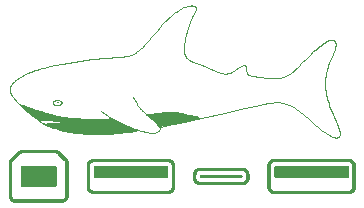
<source format=gbo>
G04 #@! TF.GenerationSoftware,KiCad,Pcbnew,8.0.8*
G04 #@! TF.CreationDate,2025-02-16T01:23:13+01:00*
G04 #@! TF.ProjectId,rgmii-pmod,72676d69-692d-4706-9d6f-642e6b696361,rev?*
G04 #@! TF.SameCoordinates,Original*
G04 #@! TF.FileFunction,Legend,Bot*
G04 #@! TF.FilePolarity,Positive*
%FSLAX46Y46*%
G04 Gerber Fmt 4.6, Leading zero omitted, Abs format (unit mm)*
G04 Created by KiCad (PCBNEW 8.0.8) date 2025-02-16 01:23:13*
%MOMM*%
%LPD*%
G01*
G04 APERTURE LIST*
%ADD10C,0.120000*%
%ADD11C,0.100000*%
%ADD12C,0.000000*%
%ADD13R,1.700000X1.700000*%
%ADD14O,1.700000X1.700000*%
%ADD15C,3.250000*%
%ADD16R,1.500000X1.500000*%
%ADD17C,1.500000*%
%ADD18C,1.600000*%
%ADD19C,2.200000*%
G04 APERTURE END LIST*
D10*
X135239471Y-107607907D02*
X135239637Y-107655242D01*
X135239637Y-107655242D02*
X135243165Y-107702579D01*
X135242719Y-107560497D02*
X135239471Y-107607907D01*
X135243165Y-107702579D02*
X135250000Y-107750000D01*
X135249452Y-107512936D02*
X135242719Y-107560497D01*
X135250000Y-107750000D02*
X135260088Y-107797585D01*
X135259810Y-107465159D02*
X135249452Y-107512936D01*
X135260088Y-107797585D02*
X135273378Y-107845411D01*
X135273378Y-107845411D02*
X135289814Y-107893559D01*
X135273947Y-107417109D02*
X135259810Y-107465159D01*
X135289814Y-107893559D02*
X135309344Y-107942109D01*
X135292019Y-107368722D02*
X135273947Y-107417109D01*
X135309344Y-107942109D02*
X135331913Y-107991140D01*
X135314182Y-107319941D02*
X135292019Y-107368722D01*
X135331913Y-107991140D02*
X135357468Y-108040731D01*
X135340592Y-107270705D02*
X135314182Y-107319941D01*
X135357468Y-108040731D02*
X135385956Y-108090963D01*
X135371404Y-107220953D02*
X135340592Y-107270705D01*
X135385956Y-108090963D02*
X135417323Y-108141914D01*
X135406774Y-107170624D02*
X135371404Y-107220953D01*
X135417323Y-108141914D02*
X135451516Y-108193666D01*
X135446858Y-107119660D02*
X135406774Y-107170624D01*
X135451516Y-108193666D02*
X135488481Y-108246295D01*
X135488481Y-108246295D02*
X135528165Y-108299884D01*
X135491811Y-107068000D02*
X135446858Y-107119660D01*
X135528165Y-108299884D02*
X135570513Y-108354510D01*
X135541788Y-107015583D02*
X135491811Y-107068000D01*
X135570513Y-108354510D02*
X135615495Y-108410257D01*
X135596946Y-106962349D02*
X135541788Y-107015583D01*
X135615495Y-108410257D02*
X135663167Y-108467216D01*
X135657440Y-106908239D02*
X135596946Y-106962349D01*
X135663167Y-108467216D02*
X135766900Y-108585157D01*
X135723425Y-106853191D02*
X135657440Y-106908239D01*
X135766900Y-108585157D02*
X135882348Y-108709097D01*
X135795058Y-106797146D02*
X135723425Y-106853191D01*
X135872494Y-106740044D02*
X135795058Y-106797146D01*
X135882348Y-108709097D02*
X136010146Y-108839802D01*
X136010146Y-108839802D02*
X136150931Y-108978037D01*
X136045642Y-106622709D02*
X135872494Y-106740044D01*
X136150931Y-108978037D02*
X136305338Y-109124566D01*
X136245348Y-106502122D02*
X136045642Y-106622709D01*
X136305338Y-109124566D02*
X136474003Y-109280155D01*
X136474003Y-109280155D02*
X136657561Y-109445569D01*
X136474344Y-106379494D02*
X136245348Y-106502122D01*
X136657561Y-109445569D02*
X136856932Y-109620874D01*
X136735361Y-106256040D02*
X136474344Y-106379494D01*
X136856932Y-109620874D02*
X137074169Y-109803347D01*
X137031127Y-106132972D02*
X136735361Y-106256040D01*
X137074169Y-109803347D02*
X137190220Y-109896202D01*
X137190220Y-109896202D02*
X137311617Y-109989568D01*
X137192896Y-106071962D02*
X137031127Y-106132972D01*
X137311617Y-109989568D02*
X137438651Y-110083016D01*
X137364376Y-106011504D02*
X137192896Y-106071962D01*
X137438651Y-110083016D02*
X137571616Y-110176119D01*
X137545909Y-105951749D02*
X137364376Y-106011504D01*
X137571616Y-110176119D02*
X137710805Y-110268450D01*
X137710805Y-110268450D02*
X137856511Y-110359581D01*
X137737836Y-105892849D02*
X137545909Y-105951749D01*
X137856511Y-110359581D02*
X138009026Y-110449086D01*
X137940500Y-105834956D02*
X137737836Y-105892849D01*
X138009026Y-110449086D02*
X138168643Y-110536536D01*
X138154240Y-105778221D02*
X137940500Y-105834956D01*
X138168643Y-110536536D02*
X138335655Y-110621504D01*
X138335655Y-110621504D02*
X138510355Y-110703564D01*
X138510355Y-110703564D02*
X138693035Y-110782287D01*
X138613979Y-105668718D02*
X138154240Y-105778221D01*
X138693035Y-110782287D02*
X138883989Y-110857247D01*
X138883989Y-110857247D02*
X139083426Y-110928068D01*
X139083426Y-110928068D02*
X139291231Y-110994589D01*
X139108130Y-105564982D02*
X138613979Y-105668718D01*
X139291231Y-110994589D02*
X139507209Y-111056701D01*
X139507209Y-111056701D02*
X139731165Y-111114295D01*
X139625444Y-105467532D02*
X139108130Y-105564982D01*
X139731165Y-111114295D02*
X139962904Y-111167262D01*
X139962904Y-111167262D02*
X140202230Y-111215495D01*
X140154674Y-105376893D02*
X139625444Y-105467532D01*
X140202230Y-111215495D02*
X140448948Y-111258883D01*
X140448948Y-111258883D02*
X140702864Y-111297319D01*
X140684571Y-105293585D02*
X140154674Y-105376893D01*
X140702864Y-111297319D02*
X140963783Y-111330693D01*
X140963783Y-111330693D02*
X141231507Y-111358898D01*
X141203887Y-105218132D02*
X140684571Y-105293585D01*
X141231507Y-111358898D02*
X141505844Y-111381824D01*
X141505844Y-111381824D02*
X141786597Y-111399363D01*
X141786597Y-111399363D02*
X142073573Y-111411405D01*
X142073573Y-111411405D02*
X142366574Y-111417842D01*
X142165789Y-105092877D02*
X141203887Y-105218132D01*
X142366574Y-111417842D02*
X142665407Y-111418566D01*
X142588220Y-105043857D02*
X142165789Y-105092877D01*
X142665407Y-111418566D02*
X142969876Y-111413467D01*
X142928850Y-109421974D02*
X143287808Y-109678813D01*
X142969161Y-105003203D02*
X142588220Y-105043857D01*
X142969876Y-111413467D02*
X143594467Y-111385940D01*
X143287808Y-109678813D02*
X143474351Y-109807448D01*
X143311458Y-104969859D02*
X142969161Y-105003203D01*
X143474351Y-109807448D02*
X143669376Y-109936343D01*
X143594467Y-111385940D02*
X144236444Y-111337241D01*
X143617958Y-104942767D02*
X143311458Y-104969859D01*
X143669376Y-109936343D02*
X143875707Y-110065585D01*
X143875707Y-110065585D02*
X144096176Y-110195262D01*
X144096176Y-110195262D02*
X144212594Y-110260291D01*
X144134958Y-104903114D02*
X143617958Y-104942767D01*
X144212594Y-110260291D02*
X144333607Y-110325462D01*
X144236444Y-111337241D02*
X144891443Y-111269923D01*
X144333607Y-110325462D02*
X144459567Y-110390784D01*
X144459567Y-110390784D02*
X144590829Y-110456270D01*
X144542935Y-104875792D02*
X144134958Y-104903114D01*
X144590829Y-110456270D02*
X144869113Y-110587256D01*
X144713245Y-104864041D02*
X144542935Y-104875792D01*
X144865368Y-104851775D02*
X144713245Y-104864041D01*
X144869113Y-110587256D02*
X145163504Y-110715904D01*
X144891443Y-111269923D02*
X145555098Y-111186538D01*
X145002688Y-104837504D02*
X144865368Y-104851775D01*
X145066853Y-104829152D02*
X145002688Y-104837504D01*
X145128584Y-104819742D02*
X145066853Y-104829152D01*
X145163504Y-110715904D02*
X145467500Y-110839182D01*
X145188306Y-104809088D02*
X145128584Y-104819742D01*
X145246439Y-104797003D02*
X145188306Y-104809088D01*
X145303408Y-104783302D02*
X145246439Y-104797003D01*
X145359634Y-104767800D02*
X145303408Y-104783302D01*
X145415541Y-104750309D02*
X145359634Y-104767800D01*
X145467500Y-110839182D02*
X145774595Y-110954056D01*
X145471551Y-104730645D02*
X145415541Y-104750309D01*
X145528086Y-104708621D02*
X145471551Y-104730645D01*
X145555098Y-111186538D02*
X146223045Y-111089638D01*
X145585569Y-104684052D02*
X145528086Y-104708621D01*
X145644378Y-104656732D02*
X145585569Y-104684052D01*
X145704709Y-104626369D02*
X145644378Y-104656732D01*
X145763406Y-108422482D02*
X145699258Y-108291580D01*
X145766713Y-104592653D02*
X145704709Y-104626369D01*
X145774595Y-110954056D02*
X146078285Y-111057494D01*
X145829113Y-108553088D02*
X145763406Y-108422482D01*
X145830541Y-104555274D02*
X145766713Y-104592653D01*
X145896345Y-104513920D02*
X145830541Y-104555274D01*
X145897942Y-108683106D02*
X145829113Y-108553088D01*
X145964276Y-104468280D02*
X145896345Y-104513920D01*
X145971453Y-108812243D02*
X145897942Y-108683106D01*
X146010453Y-108876391D02*
X145971453Y-108812243D01*
X146034485Y-104418043D02*
X145964276Y-104468280D01*
X146051209Y-108940209D02*
X146010453Y-108876391D01*
X146078285Y-111057494D02*
X146372065Y-111146461D01*
X146093916Y-109003662D02*
X146051209Y-108940209D01*
X146107124Y-104362898D02*
X146034485Y-104418043D01*
X146138770Y-109066711D02*
X146093916Y-109003662D01*
X146182344Y-104302535D02*
X146107124Y-104362898D01*
X146185965Y-109129322D02*
X146138770Y-109066711D01*
X146235698Y-109191456D02*
X146185965Y-109129322D01*
X146260296Y-104236642D02*
X146182344Y-104302535D01*
X146288162Y-109253079D02*
X146235698Y-109191456D01*
X146341131Y-104164908D02*
X146260296Y-104236642D01*
X146343554Y-109314154D02*
X146288162Y-109253079D01*
X146372065Y-111146461D02*
X146513206Y-111184571D01*
X146401977Y-109374653D02*
X146343554Y-109314154D01*
X146425002Y-104087022D02*
X146341131Y-104164908D01*
X146463174Y-109434590D02*
X146401977Y-109374653D01*
X146512059Y-104002674D02*
X146425002Y-104087022D01*
X146513206Y-111184571D02*
X146649430Y-111217926D01*
X146526796Y-109493990D02*
X146463174Y-109434590D01*
X146592494Y-109552878D02*
X146526796Y-109493990D01*
X146602454Y-103911552D02*
X146512059Y-104002674D01*
X146649430Y-111217926D02*
X146779924Y-111246146D01*
X146696336Y-103813344D02*
X146602454Y-103911552D01*
X146728724Y-109669210D02*
X146592494Y-109552878D01*
X146779924Y-111246146D02*
X146903876Y-111268854D01*
X146793860Y-103707742D02*
X146696336Y-103813344D01*
X146869076Y-109783779D02*
X146728724Y-109669210D01*
X146903876Y-111268854D02*
X147020615Y-111285777D01*
X146999802Y-103474753D02*
X146793860Y-103707742D01*
X147020615Y-111285777D02*
X147130050Y-111297076D01*
X147130050Y-111297076D02*
X147232233Y-111303020D01*
X147150998Y-110008397D02*
X146869076Y-109783779D01*
X147218355Y-103218328D02*
X146999802Y-103474753D01*
X147232233Y-111303020D02*
X147327219Y-111303877D01*
X147286990Y-110118833D02*
X147150998Y-110008397D01*
X147327219Y-111303877D02*
X147415059Y-111299914D01*
X147415059Y-111299914D02*
X147495805Y-111291400D01*
X147415952Y-110228276D02*
X147286990Y-110118833D01*
X147476942Y-110282667D02*
X147415952Y-110228276D01*
X147495805Y-111291400D02*
X147569513Y-111278605D01*
X147535223Y-110336770D02*
X147476942Y-110282667D01*
X147569513Y-111278605D02*
X147636234Y-111261796D01*
X147590543Y-110390497D02*
X147535223Y-110336770D01*
X147636234Y-111261796D02*
X147696020Y-111241240D01*
X147642647Y-110443762D02*
X147590543Y-110390497D01*
X147683102Y-102664707D02*
X147218355Y-103218328D01*
X147691282Y-110496477D02*
X147642647Y-110443762D01*
X147696020Y-111241240D02*
X147748926Y-111217208D01*
X147736195Y-110548553D02*
X147691282Y-110496477D01*
X147748926Y-111217208D02*
X147795004Y-111189966D01*
X147777132Y-110599905D02*
X147736195Y-110548553D01*
X147795004Y-111189966D02*
X147834306Y-111159784D01*
X147813840Y-110650445D02*
X147777132Y-110599905D01*
X147834306Y-111159784D02*
X147866886Y-111126929D01*
X147846064Y-110700084D02*
X147813840Y-110650445D01*
X147866886Y-111126929D02*
X147892797Y-111091670D01*
X147873552Y-110748736D02*
X147846064Y-110700084D01*
X147885441Y-110772664D02*
X147873552Y-110748736D01*
X147892797Y-111091670D02*
X147912091Y-111054276D01*
X147896051Y-110796313D02*
X147885441Y-110772664D01*
X147905350Y-110819671D02*
X147896051Y-110796313D01*
X147912091Y-111054276D02*
X147924822Y-111015014D01*
X147913306Y-110842727D02*
X147905350Y-110819671D01*
X147919888Y-110865472D02*
X147913306Y-110842727D01*
X147924197Y-102382281D02*
X147683102Y-102664707D01*
X147924822Y-111015014D02*
X147928747Y-110994763D01*
X147925064Y-110887892D02*
X147919888Y-110865472D01*
X147928747Y-110994763D02*
X147931075Y-110974123D01*
X147928803Y-110909979D02*
X147925064Y-110887892D01*
X147931072Y-110931720D02*
X147928803Y-110909979D01*
X147931075Y-110974123D02*
X147931840Y-110953105D01*
X147931840Y-110953105D02*
X147931072Y-110931720D01*
X148167708Y-102105958D02*
X147924197Y-102382281D01*
X148209001Y-110743369D02*
X149480876Y-110489223D01*
X148411087Y-101843122D02*
X148167708Y-102105958D01*
X148531931Y-101719070D02*
X148411087Y-101843122D01*
X148651784Y-101601159D02*
X148531931Y-101719070D01*
X148770359Y-101490134D02*
X148651784Y-101601159D01*
X148887478Y-101386026D02*
X148770359Y-101490134D01*
X149002997Y-101288686D02*
X148887478Y-101386026D01*
X149116770Y-101197965D02*
X149002997Y-101288686D01*
X149228651Y-101113713D02*
X149116770Y-101197965D01*
X149338495Y-101035781D02*
X149228651Y-101113713D01*
X149446155Y-100964022D02*
X149338495Y-101035781D01*
X149480876Y-110489223D02*
X150703980Y-110227180D01*
X149551488Y-100898283D02*
X149446155Y-100964022D01*
X149654345Y-100838419D02*
X149551488Y-100898283D01*
X149754583Y-100784278D02*
X149654345Y-100838419D01*
X149852055Y-100735713D02*
X149754583Y-100784278D01*
X149946616Y-100692573D02*
X149852055Y-100735713D01*
X149981846Y-104270385D02*
X149982405Y-104178956D01*
X149982405Y-104178956D02*
X149986818Y-104082374D01*
X149985193Y-104356848D02*
X149981846Y-104270385D01*
X149986818Y-104082374D02*
X149995037Y-103980447D01*
X149992496Y-104438536D02*
X149985193Y-104356848D01*
X149995037Y-103980447D02*
X150007010Y-103872986D01*
X150003804Y-104515638D02*
X149992496Y-104438536D01*
X150007010Y-103872986D02*
X150022687Y-103759801D01*
X150019168Y-104588345D02*
X150003804Y-104515638D01*
X150022687Y-103759801D02*
X150064684Y-103516856D01*
X150028387Y-104623109D02*
X150019168Y-104588345D01*
X150038120Y-100654710D02*
X149946616Y-100692573D01*
X150038639Y-104656846D02*
X150028387Y-104623109D01*
X150049929Y-104689579D02*
X150038639Y-104656846D01*
X150062265Y-104721331D02*
X150049929Y-104689579D01*
X150064684Y-103516856D02*
X150119264Y-103256851D01*
X150075653Y-104752126D02*
X150062265Y-104721331D01*
X150090099Y-104781988D02*
X150075653Y-104752126D01*
X150105609Y-104810942D02*
X150090099Y-104781988D01*
X150119264Y-103256851D02*
X150184392Y-102986370D01*
X150122189Y-104839009D02*
X150105609Y-104810942D01*
X150126422Y-100621974D02*
X150038120Y-100654710D01*
X150139846Y-104866215D02*
X150122189Y-104839009D01*
X150158586Y-104892583D02*
X150139846Y-104866215D01*
X150178416Y-104918136D02*
X150158586Y-104892583D01*
X150184392Y-102986370D02*
X150258037Y-102711999D01*
X150199341Y-104942899D02*
X150178416Y-104918136D01*
X150211377Y-100594217D02*
X150126422Y-100621974D01*
X150221368Y-104966895D02*
X150199341Y-104942899D01*
X150244504Y-104990148D02*
X150221368Y-104966895D01*
X150258037Y-102711999D02*
X150338163Y-102440324D01*
X150292837Y-100571290D02*
X150211377Y-100594217D01*
X150294102Y-105034546D02*
X150244504Y-104990148D01*
X150332212Y-100561589D02*
X150292837Y-100571290D01*
X150338163Y-102440324D02*
X150422737Y-102177929D01*
X150348083Y-105076425D02*
X150294102Y-105034546D01*
X150370660Y-100553038D02*
X150332212Y-100561589D01*
X150406371Y-105116144D02*
X150348083Y-105076425D01*
X150408168Y-100545613D02*
X150370660Y-100553038D01*
X150422737Y-102177929D02*
X150509726Y-101931399D01*
X150444717Y-100539292D02*
X150408168Y-100545613D01*
X150468891Y-105154061D02*
X150406371Y-105116144D01*
X150480294Y-100534055D02*
X150444717Y-100539292D01*
X150509726Y-101931399D02*
X150597095Y-101707321D01*
X150514881Y-100529879D02*
X150480294Y-100534055D01*
X150535570Y-105190536D02*
X150468891Y-105154061D01*
X150548463Y-100526742D02*
X150514881Y-100529879D01*
X150581023Y-100524624D02*
X150548463Y-100526742D01*
X150597095Y-101707321D02*
X150640274Y-101605566D01*
X150606333Y-105225926D02*
X150535570Y-105190536D01*
X150612548Y-100523501D02*
X150581023Y-100524624D01*
X150640274Y-101605566D02*
X150682710Y-101510738D01*
X150643019Y-100523353D02*
X150612548Y-100523501D01*
X150672422Y-100524158D02*
X150643019Y-100523353D01*
X150682710Y-101510738D02*
X150764042Y-101340516D01*
X150700741Y-100525894D02*
X150672422Y-100524158D01*
X150703980Y-110227180D02*
X153019573Y-109700682D01*
X150727960Y-100528538D02*
X150700741Y-100525894D01*
X150754063Y-100532070D02*
X150727960Y-100528538D01*
X150759810Y-105294892D02*
X150606333Y-105225926D01*
X150764042Y-101340516D02*
X150903355Y-101068434D01*
X150779034Y-100536468D02*
X150754063Y-100532070D01*
X150802858Y-100541710D02*
X150779034Y-100536468D01*
X150825518Y-100547774D02*
X150802858Y-100541710D01*
X150846998Y-100554638D02*
X150825518Y-100547774D01*
X150867284Y-100562282D02*
X150846998Y-100554638D01*
X150886359Y-100570682D02*
X150867284Y-100562282D01*
X150903355Y-101068434D02*
X150956083Y-100961210D01*
X150904207Y-100579817D02*
X150886359Y-100570682D01*
X150920812Y-100589667D02*
X150904207Y-100579817D01*
X150936159Y-100600208D02*
X150920812Y-100589667D01*
X150950231Y-100611419D02*
X150936159Y-100600208D01*
X150956083Y-100961210D02*
X150977066Y-100913628D01*
X150963014Y-100623278D02*
X150950231Y-100611419D01*
X150974490Y-100635765D02*
X150963014Y-100623278D01*
X150977066Y-100913628D02*
X150994023Y-100869621D01*
X150984645Y-100648856D02*
X150974490Y-100635765D01*
X150993462Y-100662530D02*
X150984645Y-100648856D01*
X150994023Y-100869621D02*
X151006627Y-100828852D01*
X151000925Y-100676765D02*
X150993462Y-100662530D01*
X151006627Y-100828852D02*
X151014549Y-100790986D01*
X151007019Y-100691540D02*
X151000925Y-100676765D01*
X151011728Y-100706833D02*
X151007019Y-100691540D01*
X151014549Y-100790986D02*
X151017462Y-100755688D01*
X151015036Y-100722623D02*
X151011728Y-100706833D01*
X151017462Y-100755688D02*
X151015036Y-100722623D01*
X151522154Y-105599182D02*
X150759810Y-105294892D01*
X152454956Y-106003984D02*
X151522154Y-105599182D01*
X152689338Y-106097158D02*
X152454956Y-106003984D01*
X152803824Y-106139180D02*
X152689338Y-106097158D01*
X152915808Y-106177346D02*
X152803824Y-106139180D01*
X153019573Y-109700682D02*
X155128452Y-109216120D01*
X153024767Y-106211043D02*
X152915808Y-106177346D01*
X153130175Y-106239660D02*
X153024767Y-106211043D01*
X153231510Y-106262588D02*
X153130175Y-106239660D01*
X153328247Y-106279213D02*
X153231510Y-106262588D01*
X153374746Y-106284995D02*
X153328247Y-106279213D01*
X153420007Y-106289105D02*
X153374746Y-106284995D01*
X153464072Y-106291602D02*
X153420007Y-106289105D01*
X153506983Y-106292543D02*
X153464072Y-106291602D01*
X153548784Y-106291986D02*
X153506983Y-106292543D01*
X153589517Y-106289986D02*
X153548784Y-106291986D01*
X153629223Y-106286603D02*
X153589517Y-106289986D01*
X153667947Y-106281892D02*
X153629223Y-106286603D01*
X153705730Y-106275911D02*
X153667947Y-106281892D01*
X153742615Y-106268718D02*
X153705730Y-106275911D01*
X153778643Y-106260371D02*
X153742615Y-106268718D01*
X153813858Y-106250925D02*
X153778643Y-106260371D01*
X153882018Y-106228969D02*
X153813858Y-106250925D01*
X153947434Y-106203310D02*
X153882018Y-106228969D01*
X154010445Y-106174404D02*
X153947434Y-106203310D01*
X154071392Y-106142712D02*
X154010445Y-106174404D01*
X154130614Y-106108690D02*
X154071392Y-106142712D01*
X154188451Y-106072798D02*
X154130614Y-106108690D01*
X154245243Y-106035494D02*
X154188451Y-106072798D01*
X154301329Y-105997236D02*
X154245243Y-106035494D01*
X154412743Y-105919691D02*
X154301329Y-105997236D01*
X154524583Y-105843685D02*
X154412743Y-105919691D01*
X154580272Y-105807189D02*
X154524583Y-105843685D01*
X154635436Y-105772164D02*
X154580272Y-105807189D01*
X154689792Y-105738960D02*
X154635436Y-105772164D01*
X154743062Y-105707926D02*
X154689792Y-105738960D01*
X154794967Y-105679413D02*
X154743062Y-105707926D01*
X154845225Y-105653769D02*
X154794967Y-105679413D01*
X154893558Y-105631346D02*
X154845225Y-105653769D01*
X154939685Y-105612492D02*
X154893558Y-105631346D01*
X154983327Y-105597558D02*
X154939685Y-105612492D01*
X155004128Y-105591669D02*
X154983327Y-105597558D01*
X155024203Y-105586892D02*
X155004128Y-105591669D01*
X155043517Y-105583270D02*
X155024203Y-105586892D01*
X155062035Y-105580846D02*
X155043517Y-105583270D01*
X155079721Y-105579665D02*
X155062035Y-105580846D01*
X155096541Y-105579769D02*
X155079721Y-105579665D01*
X155112461Y-105581203D02*
X155096541Y-105579769D01*
X155127444Y-105584010D02*
X155112461Y-105581203D01*
X155128452Y-109216120D02*
X156027168Y-109017360D01*
X155141456Y-105588235D02*
X155127444Y-105584010D01*
X155154461Y-105593920D02*
X155141456Y-105588235D01*
X155166440Y-105601090D02*
X155154461Y-105593920D01*
X155177429Y-105609695D02*
X155166440Y-105601090D01*
X155187476Y-105619661D02*
X155177429Y-105609695D01*
X155196634Y-105630917D02*
X155187476Y-105619661D01*
X155204951Y-105643394D02*
X155196634Y-105630917D01*
X155212479Y-105657020D02*
X155204951Y-105643394D01*
X155225365Y-105687434D02*
X155212479Y-105657020D01*
X155235696Y-105721590D02*
X155225365Y-105687434D01*
X155243873Y-105758919D02*
X155235696Y-105721590D01*
X155250298Y-105798854D02*
X155243873Y-105758919D01*
X155255373Y-105840823D02*
X155250298Y-105798854D01*
X155270215Y-106017685D02*
X155255373Y-105840823D01*
X155274572Y-106061301D02*
X155270215Y-106017685D01*
X155279991Y-106103541D02*
X155274572Y-106061301D01*
X155286874Y-106143835D02*
X155279991Y-106103541D01*
X155295625Y-106181614D02*
X155286874Y-106143835D01*
X155306632Y-106216440D02*
X155295625Y-106181614D01*
X155320237Y-106248399D02*
X155306632Y-106216440D01*
X155336775Y-106277705D02*
X155320237Y-106248399D01*
X155356575Y-106304573D02*
X155336775Y-106277705D01*
X155379970Y-106329221D02*
X155356575Y-106304573D01*
X155407292Y-106351862D02*
X155379970Y-106329221D01*
X155438872Y-106372714D02*
X155407292Y-106351862D01*
X155475042Y-106391990D02*
X155438872Y-106372714D01*
X155516134Y-106409908D02*
X155475042Y-106391990D01*
X155562480Y-106426682D02*
X155516134Y-106409908D01*
X155614411Y-106442528D02*
X155562480Y-106426682D01*
X155672259Y-106457662D02*
X155614411Y-106442528D01*
X155736356Y-106472299D02*
X155672259Y-106457662D01*
X155807035Y-106486654D02*
X155736356Y-106472299D01*
X155969460Y-106515385D02*
X155807035Y-106486654D01*
X156027168Y-109017360D02*
X156768639Y-108864368D01*
X156160612Y-106545044D02*
X155969460Y-106515385D01*
X156375264Y-106574698D02*
X156160612Y-106545044D01*
X156606619Y-106602875D02*
X156375264Y-106574698D01*
X156768639Y-108864368D02*
X157069815Y-108808583D01*
X156847876Y-106628108D02*
X156606619Y-106602875D01*
X157069815Y-108808583D02*
X157328238Y-108766686D01*
X157092238Y-106648927D02*
X156847876Y-106628108D01*
X157328238Y-108766686D02*
X157550489Y-108737984D01*
X157332904Y-106663864D02*
X157092238Y-106648927D01*
X157550489Y-108737984D02*
X157650106Y-108728362D01*
X157563076Y-106671448D02*
X157332904Y-106663864D01*
X157650106Y-108728362D02*
X157743146Y-108721779D01*
X157743146Y-108721779D02*
X157830435Y-108718146D01*
X157775956Y-106670212D02*
X157563076Y-106671448D01*
X157830435Y-108718146D02*
X157912793Y-108717377D01*
X157873984Y-106665876D02*
X157775956Y-106670212D01*
X157912793Y-108717377D02*
X157991042Y-108719386D01*
X157966330Y-106659066D02*
X157873984Y-106665876D01*
X157991042Y-108719386D02*
X158066007Y-108724085D01*
X158053335Y-106649882D02*
X157966330Y-106659066D01*
X158066007Y-108724085D02*
X158138509Y-108731387D01*
X158135341Y-106638424D02*
X158053335Y-106649882D01*
X158138509Y-108731387D02*
X158209370Y-108741205D01*
X158209370Y-108741205D02*
X158349463Y-108768044D01*
X158212689Y-106624792D02*
X158135341Y-106638424D01*
X158285721Y-106609083D02*
X158212689Y-106624792D01*
X158349463Y-108768044D02*
X158420218Y-108784929D01*
X158354779Y-106591398D02*
X158285721Y-106609083D01*
X158420204Y-106571837D02*
X158354779Y-106591398D01*
X158420218Y-108784929D02*
X158491895Y-108804212D01*
X158482338Y-106550497D02*
X158420204Y-106571837D01*
X158491895Y-108804212D02*
X158564593Y-108826036D01*
X158541521Y-106527479D02*
X158482338Y-106550497D01*
X158564593Y-108826036D02*
X158638406Y-108850544D01*
X158598097Y-106502882D02*
X158541521Y-106527479D01*
X158638406Y-108850544D02*
X158713432Y-108877877D01*
X158652406Y-106476805D02*
X158598097Y-106502882D01*
X158704790Y-106449347D02*
X158652406Y-106476805D01*
X158713432Y-108877877D02*
X158789767Y-108908180D01*
X158755591Y-106420608D02*
X158704790Y-106449347D01*
X158789767Y-108908180D02*
X158867506Y-108941595D01*
X158805150Y-106390687D02*
X158755591Y-106420608D01*
X158853809Y-106359683D02*
X158805150Y-106390687D01*
X158867506Y-108941595D02*
X158946748Y-108978264D01*
X158946748Y-108978264D02*
X159027588Y-109018330D01*
X158950043Y-106294081D02*
X158853809Y-106359683D01*
X159027588Y-109018330D02*
X159110122Y-109061936D01*
X159048288Y-106220881D02*
X158950043Y-106294081D01*
X159110122Y-109061936D02*
X159194447Y-109109225D01*
X159152785Y-106136415D02*
X159048288Y-106220881D01*
X159194447Y-109109225D02*
X159280660Y-109160340D01*
X159267780Y-106037020D02*
X159152785Y-106136415D01*
X159280660Y-109160340D02*
X159368857Y-109215423D01*
X159368857Y-109215423D02*
X159459133Y-109274616D01*
X159397518Y-105919029D02*
X159267780Y-106037020D01*
X159459133Y-109274616D02*
X159551587Y-109338064D01*
X159546243Y-105778776D02*
X159397518Y-105919029D01*
X159551587Y-109338064D02*
X159646314Y-109405908D01*
X159646314Y-109405908D02*
X159842507Y-109554559D01*
X159718198Y-105612595D02*
X159546243Y-105778776D01*
X159842507Y-109554559D02*
X160046164Y-109717737D01*
X159917629Y-105416820D02*
X159718198Y-105612595D01*
X160046164Y-109717737D02*
X160255275Y-109891814D01*
X160255275Y-109891814D02*
X160467828Y-110073164D01*
X160400114Y-104941234D02*
X159917629Y-105416820D01*
X160467828Y-110073164D02*
X160895214Y-110443178D01*
X160669960Y-104680768D02*
X160400114Y-104941234D01*
X160895214Y-110443178D02*
X161106025Y-110624589D01*
X160948757Y-104419700D02*
X160669960Y-104680768D01*
X161106025Y-110624589D02*
X161312232Y-110798766D01*
X161228916Y-104168913D02*
X160948757Y-104419700D01*
X161312232Y-110798766D02*
X161512076Y-110962442D01*
X161367134Y-104050777D02*
X161228916Y-104168913D01*
X161502848Y-103939294D02*
X161367134Y-104050777D01*
X161512076Y-110962442D02*
X161704817Y-111113789D01*
X161635107Y-103835823D02*
X161502848Y-103939294D01*
X161704817Y-111113789D02*
X161889969Y-111251344D01*
X161762963Y-103741726D02*
X161635107Y-103835823D01*
X161885469Y-103658363D02*
X161762963Y-103741726D01*
X161889969Y-111251344D02*
X161979547Y-111314490D01*
X161941451Y-107137877D02*
X161944253Y-106975811D01*
X161944253Y-106975811D02*
X161952780Y-106814989D01*
X161944403Y-107301159D02*
X161941451Y-107137877D01*
X161952780Y-106814989D02*
X161967006Y-106655446D01*
X161953137Y-107465623D02*
X161944403Y-107301159D01*
X161967006Y-106655446D02*
X161986900Y-106497212D01*
X161967682Y-107631238D02*
X161953137Y-107465623D01*
X161979547Y-111314490D02*
X162067046Y-111373640D01*
X161986900Y-106497212D02*
X162012436Y-106340320D01*
X161988063Y-107797973D02*
X161967682Y-107631238D01*
X162001674Y-103587094D02*
X161885469Y-103658363D01*
X162012436Y-106340320D02*
X162043585Y-106184799D01*
X162014311Y-107965795D02*
X161988063Y-107797973D01*
X162043585Y-106184799D02*
X162080319Y-106030685D01*
X162046453Y-108134673D02*
X162014311Y-107965795D01*
X162057136Y-103556383D02*
X162001674Y-103587094D01*
X162067046Y-111373640D02*
X162152404Y-111428608D01*
X162080319Y-106030685D02*
X162122466Y-105878051D01*
X162084517Y-108304575D02*
X162046453Y-108134673D01*
X162110774Y-103528979D02*
X162057136Y-103556383D01*
X162122466Y-105878051D02*
X162169281Y-105727153D01*
X162128531Y-108475469D02*
X162084517Y-108304575D01*
X162152404Y-111428608D02*
X162235562Y-111479212D01*
X162162577Y-103504825D02*
X162110774Y-103528979D01*
X162169281Y-105727153D02*
X162219875Y-105578288D01*
X162178524Y-108647324D02*
X162128531Y-108475469D01*
X162212535Y-103483864D02*
X162162577Y-103504825D01*
X162219875Y-105578288D02*
X162273358Y-105431753D01*
X162234359Y-108820003D02*
X162178524Y-108647324D01*
X162235562Y-111479212D02*
X162316459Y-111525268D01*
X162260635Y-103466040D02*
X162212535Y-103483864D01*
X162273358Y-105431753D02*
X162385435Y-105146857D01*
X162295249Y-108992956D02*
X162234359Y-108820003D01*
X162306868Y-103451297D02*
X162260635Y-103466040D01*
X162316459Y-111525268D02*
X162395033Y-111566594D01*
X162351221Y-103439576D02*
X162306868Y-103451297D01*
X162360241Y-109165530D02*
X162295249Y-108992956D01*
X162385435Y-105146857D02*
X162498401Y-104874841D01*
X162393684Y-103430822D02*
X162351221Y-103439576D01*
X162395033Y-111566594D02*
X162471225Y-111603006D01*
X162428386Y-109337071D02*
X162360241Y-109165530D01*
X162434245Y-103424977D02*
X162393684Y-103430822D01*
X162471225Y-111603006D02*
X162544973Y-111634322D01*
X162472895Y-103421986D02*
X162434245Y-103424977D01*
X162498401Y-104874841D02*
X162605144Y-104618079D01*
X162509621Y-103421791D02*
X162472895Y-103421986D01*
X162544412Y-103424334D02*
X162509621Y-103421791D01*
X162544973Y-111634322D02*
X162616217Y-111660357D01*
X162570326Y-109674442D02*
X162428386Y-109337071D01*
X162577258Y-103429561D02*
X162544412Y-103424334D01*
X162605144Y-104618079D02*
X162698549Y-104378945D01*
X162608146Y-103437413D02*
X162577258Y-103429561D01*
X162616217Y-111660357D02*
X162684896Y-111680929D01*
X162637067Y-103447835D02*
X162608146Y-103437413D01*
X162664009Y-103460769D02*
X162637067Y-103447835D01*
X162684896Y-111680929D02*
X162718248Y-111689108D01*
X162688961Y-103476158D02*
X162664009Y-103460769D01*
X162698549Y-104378945D02*
X162738028Y-104266730D01*
X162711912Y-103493946D02*
X162688961Y-103476158D01*
X162713461Y-109999847D02*
X162570326Y-109674442D01*
X162718248Y-111689108D02*
X162750891Y-111695845D01*
X162732850Y-103514076D02*
X162711912Y-103493946D01*
X162738028Y-104266730D02*
X162771505Y-104159814D01*
X162750891Y-111695845D02*
X162782776Y-111701110D01*
X162751766Y-103536492D02*
X162732850Y-103514076D01*
X162768647Y-103561135D02*
X162751766Y-103536492D01*
X162771505Y-104159814D02*
X162798092Y-104058492D01*
X162782776Y-111701110D02*
X162813849Y-111704873D01*
X162783483Y-103587951D02*
X162768647Y-103561135D01*
X162796261Y-103616882D02*
X162783483Y-103587951D01*
X162798092Y-104058492D02*
X162816900Y-103963061D01*
X162806973Y-103647870D02*
X162796261Y-103616882D01*
X162813849Y-111704873D02*
X162844060Y-111707103D01*
X162815606Y-103680860D02*
X162806973Y-103647870D01*
X162816900Y-103963061D02*
X162823128Y-103917650D01*
X162822149Y-103715795D02*
X162815606Y-103680860D01*
X162823128Y-103917650D02*
X162827201Y-103873844D01*
X162826591Y-103752617D02*
X162822149Y-103715795D01*
X162827201Y-103873844D02*
X162829128Y-103831699D01*
X162828921Y-103791271D02*
X162826591Y-103752617D01*
X162829128Y-103831699D02*
X162828921Y-103791271D01*
X162844060Y-111707103D02*
X162873357Y-111707770D01*
X162850181Y-110308063D02*
X162713461Y-109999847D01*
X162873357Y-111707770D02*
X162901689Y-111706845D01*
X162901689Y-111706845D02*
X162929005Y-111704295D01*
X162929005Y-111704295D02*
X162955252Y-111700092D01*
X162955252Y-111700092D02*
X162980379Y-111694204D01*
X162972877Y-110593865D02*
X162850181Y-110308063D01*
X162980379Y-111694204D02*
X163004335Y-111686603D01*
X163004335Y-111686603D02*
X163027069Y-111677257D01*
X163026589Y-110726728D02*
X162972877Y-110593865D01*
X163027069Y-111677257D02*
X163048528Y-111666135D01*
X163048528Y-111666135D02*
X163068663Y-111653209D01*
X163068663Y-111653209D02*
X163087420Y-111638448D01*
X163073941Y-110852029D02*
X163026589Y-110726728D01*
X163087420Y-111638448D02*
X163104749Y-111621820D01*
X163104749Y-111621820D02*
X163120598Y-111603297D01*
X163113983Y-110969114D02*
X163073941Y-110852029D01*
X163120598Y-111603297D02*
X163134916Y-111582847D01*
X163134916Y-111582847D02*
X163147652Y-111560441D01*
X163145763Y-111077332D02*
X163113983Y-110969114D01*
X163147652Y-111560441D02*
X163158752Y-111536048D01*
X163158287Y-111127929D02*
X163145763Y-111077332D01*
X163158752Y-111536048D02*
X163168168Y-111509637D01*
X163168168Y-111509637D02*
X163175846Y-111481179D01*
X163168559Y-111176176D02*
X163158287Y-111127929D01*
X163175846Y-111481179D02*
X163181735Y-111450644D01*
X163176630Y-111222104D02*
X163168559Y-111176176D01*
X163181735Y-111450644D02*
X163185785Y-111418000D01*
X163182553Y-111265741D02*
X163176630Y-111222104D01*
X163185785Y-111418000D02*
X163187942Y-111383218D01*
X163186378Y-111307119D02*
X163182553Y-111265741D01*
X163187942Y-111383218D02*
X163188157Y-111346268D01*
X163188157Y-111346268D02*
X163186378Y-111307119D01*
D11*
X139394323Y-108732742D02*
G75*
G02*
X139271339Y-108732742I-61492J0D01*
G01*
X139271339Y-108732742D02*
G75*
G02*
X139394323Y-108732742I61492J0D01*
G01*
D10*
X149057966Y-109545851D02*
X149204730Y-109553917D01*
X149341792Y-109565552D01*
X149470138Y-109580281D01*
X149590753Y-109597633D01*
X149704625Y-109617135D01*
X149812738Y-109638315D01*
X150015634Y-109683816D01*
X150395717Y-109774151D01*
X150490739Y-109793964D01*
X150585527Y-109812420D01*
X150768883Y-109846344D01*
X150934752Y-109878096D01*
X151007681Y-109893835D01*
X151072102Y-109909845D01*
X151126634Y-109926398D01*
X151149760Y-109934963D01*
X151169898Y-109943765D01*
X151186874Y-109952838D01*
X151200516Y-109962216D01*
X151210652Y-109971934D01*
X151217109Y-109982025D01*
X151219715Y-109992524D01*
X151218298Y-110003463D01*
X151212685Y-110014876D01*
X151202703Y-110026799D01*
X151188180Y-110039265D01*
X151168945Y-110052307D01*
X151144824Y-110065960D01*
X151115645Y-110080257D01*
X150947864Y-110144000D01*
X150703116Y-110217374D01*
X150388115Y-110299165D01*
X150009576Y-110388161D01*
X149574214Y-110483150D01*
X149088744Y-110582918D01*
X147994337Y-110791945D01*
X147867007Y-110814968D01*
X147865387Y-110810629D01*
X147863826Y-110806320D01*
X147862222Y-110802002D01*
X147861372Y-110799826D01*
X147860472Y-110797632D01*
X147855338Y-110785813D01*
X147849887Y-110773894D01*
X147847041Y-110767906D01*
X147844116Y-110761905D01*
X147841110Y-110755895D01*
X147838022Y-110749880D01*
X147834849Y-110743859D01*
X147831593Y-110737825D01*
X147824842Y-110725712D01*
X147817789Y-110713533D01*
X147810450Y-110701282D01*
X147806669Y-110695137D01*
X147802801Y-110688989D01*
X147794827Y-110676672D01*
X147786564Y-110664296D01*
X147778049Y-110651826D01*
X147769291Y-110639266D01*
X147760262Y-110626641D01*
X147750962Y-110613961D01*
X147741386Y-110601237D01*
X147731541Y-110588459D01*
X147721437Y-110575613D01*
X147711076Y-110562719D01*
X147700461Y-110549796D01*
X147689597Y-110536850D01*
X147678488Y-110523873D01*
X147667139Y-110510854D01*
X147655554Y-110497782D01*
X147643738Y-110484634D01*
X147631700Y-110471421D01*
X147619438Y-110458171D01*
X147606950Y-110444916D01*
X147581314Y-110418366D01*
X147554840Y-110391713D01*
X147527562Y-110364945D01*
X147499515Y-110338047D01*
X147470758Y-110311026D01*
X147441326Y-110283907D01*
X147411217Y-110256715D01*
X147380427Y-110229476D01*
X147348986Y-110202201D01*
X147316961Y-110174876D01*
X147284411Y-110147495D01*
X147251390Y-110120052D01*
X147217919Y-110092568D01*
X147184025Y-110065048D01*
X147115249Y-110009773D01*
X146833302Y-109784955D01*
X146820233Y-109774339D01*
X146807263Y-109763662D01*
X146794308Y-109752972D01*
X146781289Y-109742319D01*
X146781285Y-109742318D01*
X147217229Y-109683031D01*
X147627747Y-109630753D01*
X148008253Y-109588356D01*
X148185818Y-109571761D01*
X148354161Y-109558713D01*
X148549597Y-109547783D01*
X148731385Y-109542311D01*
X148900513Y-109541824D01*
X149057966Y-109545851D01*
G36*
X149057966Y-109545851D02*
G01*
X149204730Y-109553917D01*
X149341792Y-109565552D01*
X149470138Y-109580281D01*
X149590753Y-109597633D01*
X149704625Y-109617135D01*
X149812738Y-109638315D01*
X150015634Y-109683816D01*
X150395717Y-109774151D01*
X150490739Y-109793964D01*
X150585527Y-109812420D01*
X150768883Y-109846344D01*
X150934752Y-109878096D01*
X151007681Y-109893835D01*
X151072102Y-109909845D01*
X151126634Y-109926398D01*
X151149760Y-109934963D01*
X151169898Y-109943765D01*
X151186874Y-109952838D01*
X151200516Y-109962216D01*
X151210652Y-109971934D01*
X151217109Y-109982025D01*
X151219715Y-109992524D01*
X151218298Y-110003463D01*
X151212685Y-110014876D01*
X151202703Y-110026799D01*
X151188180Y-110039265D01*
X151168945Y-110052307D01*
X151144824Y-110065960D01*
X151115645Y-110080257D01*
X150947864Y-110144000D01*
X150703116Y-110217374D01*
X150388115Y-110299165D01*
X150009576Y-110388161D01*
X149574214Y-110483150D01*
X149088744Y-110582918D01*
X147994337Y-110791945D01*
X147867007Y-110814968D01*
X147865387Y-110810629D01*
X147863826Y-110806320D01*
X147862222Y-110802002D01*
X147861372Y-110799826D01*
X147860472Y-110797632D01*
X147855338Y-110785813D01*
X147849887Y-110773894D01*
X147847041Y-110767906D01*
X147844116Y-110761905D01*
X147841110Y-110755895D01*
X147838022Y-110749880D01*
X147834849Y-110743859D01*
X147831593Y-110737825D01*
X147824842Y-110725712D01*
X147817789Y-110713533D01*
X147810450Y-110701282D01*
X147806669Y-110695137D01*
X147802801Y-110688989D01*
X147794827Y-110676672D01*
X147786564Y-110664296D01*
X147778049Y-110651826D01*
X147769291Y-110639266D01*
X147760262Y-110626641D01*
X147750962Y-110613961D01*
X147741386Y-110601237D01*
X147731541Y-110588459D01*
X147721437Y-110575613D01*
X147711076Y-110562719D01*
X147700461Y-110549796D01*
X147689597Y-110536850D01*
X147678488Y-110523873D01*
X147667139Y-110510854D01*
X147655554Y-110497782D01*
X147643738Y-110484634D01*
X147631700Y-110471421D01*
X147619438Y-110458171D01*
X147606950Y-110444916D01*
X147581314Y-110418366D01*
X147554840Y-110391713D01*
X147527562Y-110364945D01*
X147499515Y-110338047D01*
X147470758Y-110311026D01*
X147441326Y-110283907D01*
X147411217Y-110256715D01*
X147380427Y-110229476D01*
X147348986Y-110202201D01*
X147316961Y-110174876D01*
X147284411Y-110147495D01*
X147251390Y-110120052D01*
X147217919Y-110092568D01*
X147184025Y-110065048D01*
X147115249Y-110009773D01*
X146833302Y-109784955D01*
X146820233Y-109774339D01*
X146807263Y-109763662D01*
X146794308Y-109752972D01*
X146781289Y-109742319D01*
X146781285Y-109742318D01*
X147217229Y-109683031D01*
X147627747Y-109630753D01*
X148008253Y-109588356D01*
X148185818Y-109571761D01*
X148354161Y-109558713D01*
X148549597Y-109547783D01*
X148731385Y-109542311D01*
X148900513Y-109541824D01*
X149057966Y-109545851D01*
G37*
X139292642Y-108533873D02*
X139329692Y-108537147D01*
X139365452Y-108542472D01*
X139399734Y-108549738D01*
X139432352Y-108558837D01*
X139463118Y-108569661D01*
X139491843Y-108582100D01*
X139518342Y-108596047D01*
X139542425Y-108611392D01*
X139563905Y-108628027D01*
X139582596Y-108645844D01*
X139590836Y-108655161D01*
X139598309Y-108664732D01*
X139604990Y-108674545D01*
X139610857Y-108684586D01*
X139615885Y-108694839D01*
X139620051Y-108705294D01*
X139623333Y-108715935D01*
X139625706Y-108726749D01*
X139627147Y-108737723D01*
X139627632Y-108748843D01*
X139627147Y-108759963D01*
X139625706Y-108770936D01*
X139623333Y-108781750D01*
X139620051Y-108792392D01*
X139615885Y-108802846D01*
X139610857Y-108813100D01*
X139604990Y-108823140D01*
X139598309Y-108832953D01*
X139590836Y-108842525D01*
X139582596Y-108851842D01*
X139573611Y-108860891D01*
X139563905Y-108869659D01*
X139553502Y-108878130D01*
X139542425Y-108886293D01*
X139530697Y-108894134D01*
X139518342Y-108901638D01*
X139505383Y-108908793D01*
X139491843Y-108915585D01*
X139477747Y-108922000D01*
X139463118Y-108928025D01*
X139447978Y-108933645D01*
X139432352Y-108938848D01*
X139416263Y-108943620D01*
X139399734Y-108947947D01*
X139382789Y-108951816D01*
X139365452Y-108955214D01*
X139347744Y-108958125D01*
X139329692Y-108960538D01*
X139311316Y-108962439D01*
X139292642Y-108963813D01*
X139273692Y-108964647D01*
X139254491Y-108964928D01*
X139216339Y-108963813D01*
X139179289Y-108960538D01*
X139143530Y-108955214D01*
X139109247Y-108947947D01*
X139076629Y-108938848D01*
X139045864Y-108928025D01*
X139017138Y-108915585D01*
X138990640Y-108901638D01*
X138966557Y-108886293D01*
X138945076Y-108869659D01*
X138926386Y-108851842D01*
X138918145Y-108842525D01*
X138910673Y-108832953D01*
X138903991Y-108823140D01*
X138898125Y-108813100D01*
X138893097Y-108802846D01*
X138888930Y-108792392D01*
X138885649Y-108781750D01*
X138883276Y-108770936D01*
X138881835Y-108759963D01*
X138881349Y-108748843D01*
X138881835Y-108737723D01*
X138883276Y-108726749D01*
X138885649Y-108715935D01*
X138888930Y-108705294D01*
X138893097Y-108694839D01*
X138898125Y-108684586D01*
X138903991Y-108674545D01*
X138910673Y-108664732D01*
X138918145Y-108655161D01*
X138926386Y-108645844D01*
X138935370Y-108636795D01*
X138945076Y-108628027D01*
X138955480Y-108619555D01*
X138966557Y-108611392D01*
X138978285Y-108603551D01*
X138990640Y-108596047D01*
X139003599Y-108588892D01*
X139017138Y-108582100D01*
X139031234Y-108575686D01*
X139045864Y-108569661D01*
X139061003Y-108564041D01*
X139076629Y-108558837D01*
X139092718Y-108554065D01*
X139109247Y-108549738D01*
X139126192Y-108545869D01*
X139143530Y-108542472D01*
X139161237Y-108539560D01*
X139179289Y-108537147D01*
X139197665Y-108535246D01*
X139216339Y-108533873D01*
X139235289Y-108533038D01*
X139254491Y-108532757D01*
X139292642Y-108533873D01*
X136225331Y-108925242D02*
X136240687Y-108926365D01*
X136258084Y-108928601D01*
X136277563Y-108931967D01*
X136299164Y-108936479D01*
X136322928Y-108942152D01*
X136348896Y-108949004D01*
X136377108Y-108957049D01*
X136565131Y-109019239D01*
X136812826Y-109109066D01*
X137467261Y-109344625D01*
X137864011Y-109476856D01*
X138300457Y-109609722D01*
X138771605Y-109736472D01*
X139018632Y-109795443D01*
X139272461Y-109850354D01*
X139796002Y-109945385D01*
X140341396Y-110021102D01*
X140906003Y-110077621D01*
X141487184Y-110115058D01*
X142082300Y-110133530D01*
X142688711Y-110133152D01*
X143303779Y-110114040D01*
X143924863Y-110076310D01*
X144015296Y-110130270D01*
X144061414Y-110157270D01*
X144108469Y-110184314D01*
X144166183Y-110216839D01*
X144225000Y-110249400D01*
X144284942Y-110281924D01*
X144346078Y-110314486D01*
X144408392Y-110347152D01*
X144471987Y-110379857D01*
X144536957Y-110412521D01*
X144603297Y-110445227D01*
X144670996Y-110478058D01*
X144740007Y-110510882D01*
X144810223Y-110543617D01*
X144881549Y-110576254D01*
X144953858Y-110608752D01*
X145027070Y-110641055D01*
X145101185Y-110673175D01*
X145176002Y-110705005D01*
X145251355Y-110736461D01*
X145327206Y-110767534D01*
X145403372Y-110798183D01*
X145479833Y-110828356D01*
X145556527Y-110857916D01*
X145633312Y-110886906D01*
X145710250Y-110915377D01*
X145787076Y-110943182D01*
X145863546Y-110970138D01*
X145939702Y-110996331D01*
X146015421Y-111021911D01*
X146053085Y-111034403D01*
X146090622Y-111046638D01*
X146122579Y-111056814D01*
X146154403Y-111066738D01*
X146217668Y-111086144D01*
X145402287Y-111199960D01*
X144992205Y-111250138D01*
X144582679Y-111294787D01*
X144175322Y-111333128D01*
X143771745Y-111364378D01*
X143373564Y-111387756D01*
X142982389Y-111402482D01*
X142677919Y-111407580D01*
X142379084Y-111406856D01*
X142086080Y-111400419D01*
X141799101Y-111388376D01*
X141518342Y-111370838D01*
X141244000Y-111347912D01*
X140976269Y-111319708D01*
X140715345Y-111286333D01*
X140461423Y-111247898D01*
X140214698Y-111204509D01*
X139975367Y-111156277D01*
X139743623Y-111103310D01*
X139519663Y-111045715D01*
X139303682Y-110983604D01*
X139095875Y-110917083D01*
X138896437Y-110846262D01*
X138796977Y-110808122D01*
X138699792Y-110768937D01*
X138604837Y-110728776D01*
X138512071Y-110687707D01*
X138421449Y-110645798D01*
X138332927Y-110603117D01*
X138246463Y-110559733D01*
X138162012Y-110515714D01*
X138164089Y-110516398D01*
X138166149Y-110517048D01*
X138170221Y-110518267D01*
X138178212Y-110520546D01*
X138182127Y-110521640D01*
X138185975Y-110522664D01*
X138189778Y-110523623D01*
X138193561Y-110524525D01*
X138197356Y-110525386D01*
X138201159Y-110526207D01*
X138204929Y-110526969D01*
X138208624Y-110527651D01*
X138212228Y-110528242D01*
X138215776Y-110528757D01*
X138219300Y-110529216D01*
X138222835Y-110529642D01*
X138226397Y-110530057D01*
X138229965Y-110530453D01*
X138233521Y-110530799D01*
X138235289Y-110530942D01*
X138237046Y-110531062D01*
X138240537Y-110531265D01*
X138244013Y-110531439D01*
X138247488Y-110531567D01*
X138250973Y-110531630D01*
X138254453Y-110531627D01*
X138257919Y-110531573D01*
X138261393Y-110531475D01*
X138264900Y-110531346D01*
X138268475Y-110531188D01*
X138272109Y-110530995D01*
X138275763Y-110530765D01*
X138279395Y-110530493D01*
X138282991Y-110530186D01*
X138286583Y-110529849D01*
X138290205Y-110529479D01*
X138293890Y-110529073D01*
X138297656Y-110528624D01*
X138301483Y-110528135D01*
X138309238Y-110527083D01*
X138313146Y-110526498D01*
X138317094Y-110525853D01*
X138321094Y-110525182D01*
X138325155Y-110524525D01*
X138341957Y-110521825D01*
X138359830Y-110518841D01*
X138379021Y-110515644D01*
X138399620Y-110512304D01*
X138410485Y-110510608D01*
X138421739Y-110508917D01*
X138445380Y-110505482D01*
X138470537Y-110501930D01*
X138497108Y-110498377D01*
X138524878Y-110494801D01*
X138539236Y-110493014D01*
X138553952Y-110491271D01*
X138584476Y-110487957D01*
X138616196Y-110484734D01*
X138648907Y-110481538D01*
X138682704Y-110478482D01*
X138700058Y-110477038D01*
X138717663Y-110475639D01*
X138735450Y-110474335D01*
X138753474Y-110473081D01*
X138771695Y-110471774D01*
X138790139Y-110470523D01*
X138808935Y-110469356D01*
X138827941Y-110468249D01*
X138847027Y-110467221D01*
X138866310Y-110466260D01*
X138885830Y-110465371D01*
X138905532Y-110464555D01*
X138925352Y-110463809D01*
X138945323Y-110463133D01*
X138965594Y-110462536D01*
X138985967Y-110461996D01*
X139026696Y-110461066D01*
X139067538Y-110460292D01*
X139227838Y-110457449D01*
X139266317Y-110456667D01*
X139303725Y-110455744D01*
X139321944Y-110455201D01*
X139339821Y-110454607D01*
X139357354Y-110454072D01*
X139365980Y-110453799D01*
X139374496Y-110453469D01*
X139391201Y-110452656D01*
X139407465Y-110451765D01*
X139423200Y-110450815D01*
X139438446Y-110449774D01*
X139453210Y-110448690D01*
X139460387Y-110448117D01*
X139467435Y-110447501D01*
X139474385Y-110446837D01*
X139481231Y-110446138D01*
X139487928Y-110445410D01*
X139494437Y-110444658D01*
X139500728Y-110443863D01*
X139506828Y-110443013D01*
X139518595Y-110441248D01*
X139524302Y-110440363D01*
X139529859Y-110439456D01*
X139535257Y-110438523D01*
X139540480Y-110437553D01*
X139545549Y-110436536D01*
X139550476Y-110435474D01*
X139555236Y-110434386D01*
X139559807Y-110433290D01*
X139562010Y-110432735D01*
X139564156Y-110432166D01*
X139568334Y-110431017D01*
X139572399Y-110429892D01*
X139574371Y-110429326D01*
X139576292Y-110428742D01*
X139579932Y-110427617D01*
X139581675Y-110427060D01*
X139582538Y-110426771D01*
X139583398Y-110426469D01*
X139585097Y-110425842D01*
X139586755Y-110425201D01*
X139588368Y-110424555D01*
X139589935Y-110423911D01*
X139593009Y-110422642D01*
X139593758Y-110422324D01*
X139594494Y-110422004D01*
X139595210Y-110421681D01*
X139595903Y-110421353D01*
X139596240Y-110421186D01*
X139596568Y-110421015D01*
X139597204Y-110420665D01*
X139597816Y-110420306D01*
X139598410Y-110419942D01*
X139599572Y-110419214D01*
X139600150Y-110418858D01*
X139600735Y-110418511D01*
X139601328Y-110418179D01*
X139601923Y-110417860D01*
X139603101Y-110417242D01*
X139603675Y-110416933D01*
X139604234Y-110416619D01*
X139604771Y-110416294D01*
X139605030Y-110416125D01*
X139605283Y-110415953D01*
X139605528Y-110415777D01*
X139605767Y-110415601D01*
X139606224Y-110415249D01*
X139606661Y-110414896D01*
X139607082Y-110414541D01*
X139607490Y-110414185D01*
X139607892Y-110413828D01*
X139608693Y-110413111D01*
X139609103Y-110412741D01*
X139609521Y-110412355D01*
X139609939Y-110411959D01*
X139610351Y-110411556D01*
X139610752Y-110411152D01*
X139611135Y-110410752D01*
X139611493Y-110410361D01*
X139611820Y-110409985D01*
X139612119Y-110409621D01*
X139612399Y-110409267D01*
X139612662Y-110408918D01*
X139612910Y-110408571D01*
X139613147Y-110408224D01*
X139613374Y-110407872D01*
X139613594Y-110407512D01*
X139613810Y-110407142D01*
X139614021Y-110406761D01*
X139614228Y-110406373D01*
X139614428Y-110405981D01*
X139614617Y-110405586D01*
X139614795Y-110405190D01*
X139614958Y-110404795D01*
X139615104Y-110404403D01*
X139615169Y-110404209D01*
X139615230Y-110404016D01*
X139615284Y-110403823D01*
X139615330Y-110403629D01*
X139615368Y-110403436D01*
X139615399Y-110403241D01*
X139615425Y-110403046D01*
X139615444Y-110402851D01*
X139615471Y-110402460D01*
X139615515Y-110400889D01*
X139615614Y-110399333D01*
X139615623Y-110398944D01*
X139615621Y-110398749D01*
X139615614Y-110398553D01*
X139615600Y-110398357D01*
X139615579Y-110398159D01*
X139615551Y-110397961D01*
X139615515Y-110397762D01*
X139615471Y-110397563D01*
X139615423Y-110397367D01*
X139615371Y-110397171D01*
X139615313Y-110396977D01*
X139615188Y-110396591D01*
X139615047Y-110396206D01*
X139614894Y-110395821D01*
X139614730Y-110395432D01*
X139614377Y-110394636D01*
X139614183Y-110394224D01*
X139613968Y-110393801D01*
X139613734Y-110393371D01*
X139613485Y-110392937D01*
X139613223Y-110392502D01*
X139612951Y-110392070D01*
X139612672Y-110391643D01*
X139612388Y-110391226D01*
X139611813Y-110390385D01*
X139611518Y-110389957D01*
X139611213Y-110389526D01*
X139610894Y-110389094D01*
X139610560Y-110388663D01*
X139610386Y-110388449D01*
X139610207Y-110388237D01*
X139610021Y-110388025D01*
X139609830Y-110387815D01*
X139609632Y-110387608D01*
X139609428Y-110387407D01*
X139609217Y-110387209D01*
X139609001Y-110387015D01*
X139608553Y-110386633D01*
X139608088Y-110386257D01*
X139607122Y-110385496D01*
X139606629Y-110385102D01*
X139606135Y-110384689D01*
X139605139Y-110383840D01*
X139604630Y-110383415D01*
X139604109Y-110382988D01*
X139603576Y-110382561D01*
X139603028Y-110382133D01*
X139602460Y-110381705D01*
X139601872Y-110381277D01*
X139600663Y-110380425D01*
X139599422Y-110379577D01*
X139598782Y-110379152D01*
X139598126Y-110378727D01*
X139597452Y-110378298D01*
X139596756Y-110377867D01*
X139593738Y-110376024D01*
X139592941Y-110375549D01*
X139592133Y-110375078D01*
X139591319Y-110374618D01*
X139590503Y-110374173D01*
X139588867Y-110373313D01*
X139587202Y-110372471D01*
X139585483Y-110371626D01*
X139583682Y-110370762D01*
X139582745Y-110370327D01*
X139581787Y-110369900D01*
X139579814Y-110369059D01*
X139575724Y-110367351D01*
X139571431Y-110365506D01*
X139569193Y-110364568D01*
X139568057Y-110364108D01*
X139566913Y-110363655D01*
X139562195Y-110361811D01*
X139559749Y-110360875D01*
X139557249Y-110359961D01*
X139555982Y-110359521D01*
X139554702Y-110359093D01*
X139552106Y-110358258D01*
X139546733Y-110356551D01*
X139541165Y-110354704D01*
X139538304Y-110353772D01*
X139535364Y-110352856D01*
X139529255Y-110351070D01*
X139522889Y-110349305D01*
X139509501Y-110345751D01*
X139495298Y-110342054D01*
X139487871Y-110340191D01*
X139480226Y-110338360D01*
X139472366Y-110336571D01*
X139464298Y-110334802D01*
X139447541Y-110331255D01*
X139430028Y-110327692D01*
X139411728Y-110324150D01*
X139392632Y-110320583D01*
X139382808Y-110318803D01*
X139372790Y-110317043D01*
X139362556Y-110315317D01*
X139352110Y-110313615D01*
X139330726Y-110310223D01*
X139308745Y-110306789D01*
X139286103Y-110303402D01*
X139262823Y-110300107D01*
X139238923Y-110296865D01*
X139214484Y-110293708D01*
X139189468Y-110290612D01*
X139163872Y-110287451D01*
X139137740Y-110284359D01*
X139110986Y-110281478D01*
X139083738Y-110278674D01*
X139056111Y-110275932D01*
X139028032Y-110273274D01*
X138999530Y-110270670D01*
X138970619Y-110268158D01*
X138941244Y-110265834D01*
X138911501Y-110263610D01*
X138881536Y-110261281D01*
X138866445Y-110260133D01*
X138851246Y-110259063D01*
X138820551Y-110257157D01*
X138789570Y-110255368D01*
X138758416Y-110253603D01*
X138727042Y-110251958D01*
X138695416Y-110250478D01*
X138663661Y-110249115D01*
X138631849Y-110247923D01*
X138599996Y-110246842D01*
X138568139Y-110245793D01*
X138536330Y-110244852D01*
X138504571Y-110243948D01*
X138472949Y-110243147D01*
X138441572Y-110242529D01*
X138410421Y-110242010D01*
X138379567Y-110241679D01*
X138349029Y-110241441D01*
X138318699Y-110241113D01*
X138288774Y-110240873D01*
X138259395Y-110240830D01*
X138230509Y-110240873D01*
X138202222Y-110240975D01*
X138174517Y-110241157D01*
X138147465Y-110241404D01*
X138121084Y-110241725D01*
X138095266Y-110242116D01*
X138070209Y-110242578D01*
X138046052Y-110243113D01*
X138022744Y-110243716D01*
X138000390Y-110244395D01*
X137978974Y-110245136D01*
X137958422Y-110245960D01*
X137938899Y-110246842D01*
X137920435Y-110247668D01*
X137911608Y-110248084D01*
X137903088Y-110248546D01*
X137894900Y-110249078D01*
X137887029Y-110249656D01*
X137872107Y-110250821D01*
X137858206Y-110251925D01*
X137851662Y-110252495D01*
X137845390Y-110253094D01*
X137839387Y-110253712D01*
X137833646Y-110254336D01*
X137828163Y-110254979D01*
X137822937Y-110255652D01*
X137820416Y-110256009D01*
X137817954Y-110256385D01*
X137813207Y-110257174D01*
X137808707Y-110257983D01*
X137804463Y-110258779D01*
X137802448Y-110259142D01*
X137800507Y-110259478D01*
X137798625Y-110259819D01*
X137797703Y-110260003D01*
X137796788Y-110260200D01*
X137794998Y-110260617D01*
X137793263Y-110261041D01*
X137791586Y-110261471D01*
X137789967Y-110261905D01*
X137789178Y-110262132D01*
X137788397Y-110262375D01*
X137787628Y-110262628D01*
X137786871Y-110262888D01*
X137783999Y-110263895D01*
X137783320Y-110264118D01*
X137782647Y-110264329D01*
X137781332Y-110264734D01*
X137780693Y-110264937D01*
X137780071Y-110265146D01*
X137779467Y-110265365D01*
X137778883Y-110265600D01*
X137778324Y-110265843D01*
X137777791Y-110266088D01*
X137777281Y-110266334D01*
X137776787Y-110266582D01*
X137776307Y-110266830D01*
X137775836Y-110267081D01*
X137774904Y-110267590D01*
X137774440Y-110267854D01*
X137773982Y-110268133D01*
X137773533Y-110268420D01*
X137773096Y-110268713D01*
X137772670Y-110269007D01*
X137772261Y-110269300D01*
X137771493Y-110269863D01*
X137771134Y-110270125D01*
X137770783Y-110270372D01*
X137770443Y-110270609D01*
X137770115Y-110270843D01*
X137769798Y-110271079D01*
X137769645Y-110271199D01*
X137769496Y-110271323D01*
X137769350Y-110271448D01*
X137769208Y-110271578D01*
X137769070Y-110271713D01*
X137768935Y-110271853D01*
X137768805Y-110271998D01*
X137768678Y-110272149D01*
X137768555Y-110272303D01*
X137768434Y-110272461D01*
X137768318Y-110272622D01*
X137768204Y-110272786D01*
X137767986Y-110273117D01*
X137767780Y-110273449D01*
X137767586Y-110273779D01*
X137767230Y-110274411D01*
X137767073Y-110274704D01*
X137767002Y-110274846D01*
X137766936Y-110274986D01*
X137766874Y-110275124D01*
X137766816Y-110275260D01*
X137766761Y-110275396D01*
X137766710Y-110275532D01*
X137766616Y-110275805D01*
X137766531Y-110276086D01*
X137766452Y-110276377D01*
X137766377Y-110276685D01*
X137766306Y-110277013D01*
X137766243Y-110277360D01*
X137766189Y-110277721D01*
X137766145Y-110278089D01*
X137766112Y-110278459D01*
X137766091Y-110278826D01*
X137766085Y-110279184D01*
X137766087Y-110279357D01*
X137766093Y-110279527D01*
X137766103Y-110279692D01*
X137766119Y-110279854D01*
X137766138Y-110280013D01*
X137766161Y-110280170D01*
X137766189Y-110280326D01*
X137766219Y-110280481D01*
X137766290Y-110280789D01*
X137766372Y-110281099D01*
X137766463Y-110281416D01*
X137766662Y-110282085D01*
X137766769Y-110282436D01*
X137766885Y-110282786D01*
X137767010Y-110283137D01*
X137767146Y-110283489D01*
X137767291Y-110283843D01*
X137767448Y-110284200D01*
X137767617Y-110284561D01*
X137767799Y-110284927D01*
X137768570Y-110286472D01*
X137768781Y-110286870D01*
X137769005Y-110287268D01*
X137769245Y-110287663D01*
X137769372Y-110287859D01*
X137769504Y-110288054D01*
X137769572Y-110288154D01*
X137769642Y-110288260D01*
X137769783Y-110288479D01*
X137769927Y-110288698D01*
X137770000Y-110288804D01*
X137770072Y-110288906D01*
X137687965Y-110236565D01*
X137608148Y-110184033D01*
X137530575Y-110131410D01*
X137455202Y-110078793D01*
X137310874Y-109973974D01*
X137174806Y-109870362D01*
X137046639Y-109768743D01*
X136926014Y-109669904D01*
X136705951Y-109483710D01*
X136568315Y-109365292D01*
X136505136Y-109310245D01*
X136446229Y-109258186D01*
X136391977Y-109209279D01*
X136342762Y-109163681D01*
X136298967Y-109121556D01*
X136260977Y-109083063D01*
X136244278Y-109065230D01*
X136229174Y-109048365D01*
X136215712Y-109032489D01*
X136203940Y-109017621D01*
X136193908Y-109003782D01*
X136185661Y-108990992D01*
X136179248Y-108979272D01*
X136174717Y-108968641D01*
X136172117Y-108959119D01*
X136171494Y-108950726D01*
X136171940Y-108946960D01*
X136172898Y-108943483D01*
X136174374Y-108940299D01*
X136176375Y-108937410D01*
X136178905Y-108934819D01*
X136181973Y-108932527D01*
X136185583Y-108930537D01*
X136189741Y-108928853D01*
X136199726Y-108926410D01*
X136211976Y-108925217D01*
X136218406Y-108925094D01*
X136225331Y-108925242D01*
G36*
X136225331Y-108925242D02*
G01*
X136240687Y-108926365D01*
X136258084Y-108928601D01*
X136277563Y-108931967D01*
X136299164Y-108936479D01*
X136322928Y-108942152D01*
X136348896Y-108949004D01*
X136377108Y-108957049D01*
X136565131Y-109019239D01*
X136812826Y-109109066D01*
X137467261Y-109344625D01*
X137864011Y-109476856D01*
X138300457Y-109609722D01*
X138771605Y-109736472D01*
X139018632Y-109795443D01*
X139272461Y-109850354D01*
X139796002Y-109945385D01*
X140341396Y-110021102D01*
X140906003Y-110077621D01*
X141487184Y-110115058D01*
X142082300Y-110133530D01*
X142688711Y-110133152D01*
X143303779Y-110114040D01*
X143924863Y-110076310D01*
X144015296Y-110130270D01*
X144061414Y-110157270D01*
X144108469Y-110184314D01*
X144166183Y-110216839D01*
X144225000Y-110249400D01*
X144284942Y-110281924D01*
X144346078Y-110314486D01*
X144408392Y-110347152D01*
X144471987Y-110379857D01*
X144536957Y-110412521D01*
X144603297Y-110445227D01*
X144670996Y-110478058D01*
X144740007Y-110510882D01*
X144810223Y-110543617D01*
X144881549Y-110576254D01*
X144953858Y-110608752D01*
X145027070Y-110641055D01*
X145101185Y-110673175D01*
X145176002Y-110705005D01*
X145251355Y-110736461D01*
X145327206Y-110767534D01*
X145403372Y-110798183D01*
X145479833Y-110828356D01*
X145556527Y-110857916D01*
X145633312Y-110886906D01*
X145710250Y-110915377D01*
X145787076Y-110943182D01*
X145863546Y-110970138D01*
X145939702Y-110996331D01*
X146015421Y-111021911D01*
X146053085Y-111034403D01*
X146090622Y-111046638D01*
X146122579Y-111056814D01*
X146154403Y-111066738D01*
X146217668Y-111086144D01*
X145402287Y-111199960D01*
X144992205Y-111250138D01*
X144582679Y-111294787D01*
X144175322Y-111333128D01*
X143771745Y-111364378D01*
X143373564Y-111387756D01*
X142982389Y-111402482D01*
X142677919Y-111407580D01*
X142379084Y-111406856D01*
X142086080Y-111400419D01*
X141799101Y-111388376D01*
X141518342Y-111370838D01*
X141244000Y-111347912D01*
X140976269Y-111319708D01*
X140715345Y-111286333D01*
X140461423Y-111247898D01*
X140214698Y-111204509D01*
X139975367Y-111156277D01*
X139743623Y-111103310D01*
X139519663Y-111045715D01*
X139303682Y-110983604D01*
X139095875Y-110917083D01*
X138896437Y-110846262D01*
X138796977Y-110808122D01*
X138699792Y-110768937D01*
X138604837Y-110728776D01*
X138512071Y-110687707D01*
X138421449Y-110645798D01*
X138332927Y-110603117D01*
X138246463Y-110559733D01*
X138162012Y-110515714D01*
X138164089Y-110516398D01*
X138166149Y-110517048D01*
X138170221Y-110518267D01*
X138178212Y-110520546D01*
X138182127Y-110521640D01*
X138185975Y-110522664D01*
X138189778Y-110523623D01*
X138193561Y-110524525D01*
X138197356Y-110525386D01*
X138201159Y-110526207D01*
X138204929Y-110526969D01*
X138208624Y-110527651D01*
X138212228Y-110528242D01*
X138215776Y-110528757D01*
X138219300Y-110529216D01*
X138222835Y-110529642D01*
X138226397Y-110530057D01*
X138229965Y-110530453D01*
X138233521Y-110530799D01*
X138235289Y-110530942D01*
X138237046Y-110531062D01*
X138240537Y-110531265D01*
X138244013Y-110531439D01*
X138247488Y-110531567D01*
X138250973Y-110531630D01*
X138254453Y-110531627D01*
X138257919Y-110531573D01*
X138261393Y-110531475D01*
X138264900Y-110531346D01*
X138268475Y-110531188D01*
X138272109Y-110530995D01*
X138275763Y-110530765D01*
X138279395Y-110530493D01*
X138282991Y-110530186D01*
X138286583Y-110529849D01*
X138290205Y-110529479D01*
X138293890Y-110529073D01*
X138297656Y-110528624D01*
X138301483Y-110528135D01*
X138309238Y-110527083D01*
X138313146Y-110526498D01*
X138317094Y-110525853D01*
X138321094Y-110525182D01*
X138325155Y-110524525D01*
X138341957Y-110521825D01*
X138359830Y-110518841D01*
X138379021Y-110515644D01*
X138399620Y-110512304D01*
X138410485Y-110510608D01*
X138421739Y-110508917D01*
X138445380Y-110505482D01*
X138470537Y-110501930D01*
X138497108Y-110498377D01*
X138524878Y-110494801D01*
X138539236Y-110493014D01*
X138553952Y-110491271D01*
X138584476Y-110487957D01*
X138616196Y-110484734D01*
X138648907Y-110481538D01*
X138682704Y-110478482D01*
X138700058Y-110477038D01*
X138717663Y-110475639D01*
X138735450Y-110474335D01*
X138753474Y-110473081D01*
X138771695Y-110471774D01*
X138790139Y-110470523D01*
X138808935Y-110469356D01*
X138827941Y-110468249D01*
X138847027Y-110467221D01*
X138866310Y-110466260D01*
X138885830Y-110465371D01*
X138905532Y-110464555D01*
X138925352Y-110463809D01*
X138945323Y-110463133D01*
X138965594Y-110462536D01*
X138985967Y-110461996D01*
X139026696Y-110461066D01*
X139067538Y-110460292D01*
X139227838Y-110457449D01*
X139266317Y-110456667D01*
X139303725Y-110455744D01*
X139321944Y-110455201D01*
X139339821Y-110454607D01*
X139357354Y-110454072D01*
X139365980Y-110453799D01*
X139374496Y-110453469D01*
X139391201Y-110452656D01*
X139407465Y-110451765D01*
X139423200Y-110450815D01*
X139438446Y-110449774D01*
X139453210Y-110448690D01*
X139460387Y-110448117D01*
X139467435Y-110447501D01*
X139474385Y-110446837D01*
X139481231Y-110446138D01*
X139487928Y-110445410D01*
X139494437Y-110444658D01*
X139500728Y-110443863D01*
X139506828Y-110443013D01*
X139518595Y-110441248D01*
X139524302Y-110440363D01*
X139529859Y-110439456D01*
X139535257Y-110438523D01*
X139540480Y-110437553D01*
X139545549Y-110436536D01*
X139550476Y-110435474D01*
X139555236Y-110434386D01*
X139559807Y-110433290D01*
X139562010Y-110432735D01*
X139564156Y-110432166D01*
X139568334Y-110431017D01*
X139572399Y-110429892D01*
X139574371Y-110429326D01*
X139576292Y-110428742D01*
X139579932Y-110427617D01*
X139581675Y-110427060D01*
X139582538Y-110426771D01*
X139583398Y-110426469D01*
X139585097Y-110425842D01*
X139586755Y-110425201D01*
X139588368Y-110424555D01*
X139589935Y-110423911D01*
X139593009Y-110422642D01*
X139593758Y-110422324D01*
X139594494Y-110422004D01*
X139595210Y-110421681D01*
X139595903Y-110421353D01*
X139596240Y-110421186D01*
X139596568Y-110421015D01*
X139597204Y-110420665D01*
X139597816Y-110420306D01*
X139598410Y-110419942D01*
X139599572Y-110419214D01*
X139600150Y-110418858D01*
X139600735Y-110418511D01*
X139601328Y-110418179D01*
X139601923Y-110417860D01*
X139603101Y-110417242D01*
X139603675Y-110416933D01*
X139604234Y-110416619D01*
X139604771Y-110416294D01*
X139605030Y-110416125D01*
X139605283Y-110415953D01*
X139605528Y-110415777D01*
X139605767Y-110415601D01*
X139606224Y-110415249D01*
X139606661Y-110414896D01*
X139607082Y-110414541D01*
X139607490Y-110414185D01*
X139607892Y-110413828D01*
X139608693Y-110413111D01*
X139609103Y-110412741D01*
X139609521Y-110412355D01*
X139609939Y-110411959D01*
X139610351Y-110411556D01*
X139610752Y-110411152D01*
X139611135Y-110410752D01*
X139611493Y-110410361D01*
X139611820Y-110409985D01*
X139612119Y-110409621D01*
X139612399Y-110409267D01*
X139612662Y-110408918D01*
X139612910Y-110408571D01*
X139613147Y-110408224D01*
X139613374Y-110407872D01*
X139613594Y-110407512D01*
X139613810Y-110407142D01*
X139614021Y-110406761D01*
X139614228Y-110406373D01*
X139614428Y-110405981D01*
X139614617Y-110405586D01*
X139614795Y-110405190D01*
X139614958Y-110404795D01*
X139615104Y-110404403D01*
X139615169Y-110404209D01*
X139615230Y-110404016D01*
X139615284Y-110403823D01*
X139615330Y-110403629D01*
X139615368Y-110403436D01*
X139615399Y-110403241D01*
X139615425Y-110403046D01*
X139615444Y-110402851D01*
X139615471Y-110402460D01*
X139615515Y-110400889D01*
X139615614Y-110399333D01*
X139615623Y-110398944D01*
X139615621Y-110398749D01*
X139615614Y-110398553D01*
X139615600Y-110398357D01*
X139615579Y-110398159D01*
X139615551Y-110397961D01*
X139615515Y-110397762D01*
X139615471Y-110397563D01*
X139615423Y-110397367D01*
X139615371Y-110397171D01*
X139615313Y-110396977D01*
X139615188Y-110396591D01*
X139615047Y-110396206D01*
X139614894Y-110395821D01*
X139614730Y-110395432D01*
X139614377Y-110394636D01*
X139614183Y-110394224D01*
X139613968Y-110393801D01*
X139613734Y-110393371D01*
X139613485Y-110392937D01*
X139613223Y-110392502D01*
X139612951Y-110392070D01*
X139612672Y-110391643D01*
X139612388Y-110391226D01*
X139611813Y-110390385D01*
X139611518Y-110389957D01*
X139611213Y-110389526D01*
X139610894Y-110389094D01*
X139610560Y-110388663D01*
X139610386Y-110388449D01*
X139610207Y-110388237D01*
X139610021Y-110388025D01*
X139609830Y-110387815D01*
X139609632Y-110387608D01*
X139609428Y-110387407D01*
X139609217Y-110387209D01*
X139609001Y-110387015D01*
X139608553Y-110386633D01*
X139608088Y-110386257D01*
X139607122Y-110385496D01*
X139606629Y-110385102D01*
X139606135Y-110384689D01*
X139605139Y-110383840D01*
X139604630Y-110383415D01*
X139604109Y-110382988D01*
X139603576Y-110382561D01*
X139603028Y-110382133D01*
X139602460Y-110381705D01*
X139601872Y-110381277D01*
X139600663Y-110380425D01*
X139599422Y-110379577D01*
X139598782Y-110379152D01*
X139598126Y-110378727D01*
X139597452Y-110378298D01*
X139596756Y-110377867D01*
X139593738Y-110376024D01*
X139592941Y-110375549D01*
X139592133Y-110375078D01*
X139591319Y-110374618D01*
X139590503Y-110374173D01*
X139588867Y-110373313D01*
X139587202Y-110372471D01*
X139585483Y-110371626D01*
X139583682Y-110370762D01*
X139582745Y-110370327D01*
X139581787Y-110369900D01*
X139579814Y-110369059D01*
X139575724Y-110367351D01*
X139571431Y-110365506D01*
X139569193Y-110364568D01*
X139568057Y-110364108D01*
X139566913Y-110363655D01*
X139562195Y-110361811D01*
X139559749Y-110360875D01*
X139557249Y-110359961D01*
X139555982Y-110359521D01*
X139554702Y-110359093D01*
X139552106Y-110358258D01*
X139546733Y-110356551D01*
X139541165Y-110354704D01*
X139538304Y-110353772D01*
X139535364Y-110352856D01*
X139529255Y-110351070D01*
X139522889Y-110349305D01*
X139509501Y-110345751D01*
X139495298Y-110342054D01*
X139487871Y-110340191D01*
X139480226Y-110338360D01*
X139472366Y-110336571D01*
X139464298Y-110334802D01*
X139447541Y-110331255D01*
X139430028Y-110327692D01*
X139411728Y-110324150D01*
X139392632Y-110320583D01*
X139382808Y-110318803D01*
X139372790Y-110317043D01*
X139362556Y-110315317D01*
X139352110Y-110313615D01*
X139330726Y-110310223D01*
X139308745Y-110306789D01*
X139286103Y-110303402D01*
X139262823Y-110300107D01*
X139238923Y-110296865D01*
X139214484Y-110293708D01*
X139189468Y-110290612D01*
X139163872Y-110287451D01*
X139137740Y-110284359D01*
X139110986Y-110281478D01*
X139083738Y-110278674D01*
X139056111Y-110275932D01*
X139028032Y-110273274D01*
X138999530Y-110270670D01*
X138970619Y-110268158D01*
X138941244Y-110265834D01*
X138911501Y-110263610D01*
X138881536Y-110261281D01*
X138866445Y-110260133D01*
X138851246Y-110259063D01*
X138820551Y-110257157D01*
X138789570Y-110255368D01*
X138758416Y-110253603D01*
X138727042Y-110251958D01*
X138695416Y-110250478D01*
X138663661Y-110249115D01*
X138631849Y-110247923D01*
X138599996Y-110246842D01*
X138568139Y-110245793D01*
X138536330Y-110244852D01*
X138504571Y-110243948D01*
X138472949Y-110243147D01*
X138441572Y-110242529D01*
X138410421Y-110242010D01*
X138379567Y-110241679D01*
X138349029Y-110241441D01*
X138318699Y-110241113D01*
X138288774Y-110240873D01*
X138259395Y-110240830D01*
X138230509Y-110240873D01*
X138202222Y-110240975D01*
X138174517Y-110241157D01*
X138147465Y-110241404D01*
X138121084Y-110241725D01*
X138095266Y-110242116D01*
X138070209Y-110242578D01*
X138046052Y-110243113D01*
X138022744Y-110243716D01*
X138000390Y-110244395D01*
X137978974Y-110245136D01*
X137958422Y-110245960D01*
X137938899Y-110246842D01*
X137920435Y-110247668D01*
X137911608Y-110248084D01*
X137903088Y-110248546D01*
X137894900Y-110249078D01*
X137887029Y-110249656D01*
X137872107Y-110250821D01*
X137858206Y-110251925D01*
X137851662Y-110252495D01*
X137845390Y-110253094D01*
X137839387Y-110253712D01*
X137833646Y-110254336D01*
X137828163Y-110254979D01*
X137822937Y-110255652D01*
X137820416Y-110256009D01*
X137817954Y-110256385D01*
X137813207Y-110257174D01*
X137808707Y-110257983D01*
X137804463Y-110258779D01*
X137802448Y-110259142D01*
X137800507Y-110259478D01*
X137798625Y-110259819D01*
X137797703Y-110260003D01*
X137796788Y-110260200D01*
X137794998Y-110260617D01*
X137793263Y-110261041D01*
X137791586Y-110261471D01*
X137789967Y-110261905D01*
X137789178Y-110262132D01*
X137788397Y-110262375D01*
X137787628Y-110262628D01*
X137786871Y-110262888D01*
X137783999Y-110263895D01*
X137783320Y-110264118D01*
X137782647Y-110264329D01*
X137781332Y-110264734D01*
X137780693Y-110264937D01*
X137780071Y-110265146D01*
X137779467Y-110265365D01*
X137778883Y-110265600D01*
X137778324Y-110265843D01*
X137777791Y-110266088D01*
X137777281Y-110266334D01*
X137776787Y-110266582D01*
X137776307Y-110266830D01*
X137775836Y-110267081D01*
X137774904Y-110267590D01*
X137774440Y-110267854D01*
X137773982Y-110268133D01*
X137773533Y-110268420D01*
X137773096Y-110268713D01*
X137772670Y-110269007D01*
X137772261Y-110269300D01*
X137771493Y-110269863D01*
X137771134Y-110270125D01*
X137770783Y-110270372D01*
X137770443Y-110270609D01*
X137770115Y-110270843D01*
X137769798Y-110271079D01*
X137769645Y-110271199D01*
X137769496Y-110271323D01*
X137769350Y-110271448D01*
X137769208Y-110271578D01*
X137769070Y-110271713D01*
X137768935Y-110271853D01*
X137768805Y-110271998D01*
X137768678Y-110272149D01*
X137768555Y-110272303D01*
X137768434Y-110272461D01*
X137768318Y-110272622D01*
X137768204Y-110272786D01*
X137767986Y-110273117D01*
X137767780Y-110273449D01*
X137767586Y-110273779D01*
X137767230Y-110274411D01*
X137767073Y-110274704D01*
X137767002Y-110274846D01*
X137766936Y-110274986D01*
X137766874Y-110275124D01*
X137766816Y-110275260D01*
X137766761Y-110275396D01*
X137766710Y-110275532D01*
X137766616Y-110275805D01*
X137766531Y-110276086D01*
X137766452Y-110276377D01*
X137766377Y-110276685D01*
X137766306Y-110277013D01*
X137766243Y-110277360D01*
X137766189Y-110277721D01*
X137766145Y-110278089D01*
X137766112Y-110278459D01*
X137766091Y-110278826D01*
X137766085Y-110279184D01*
X137766087Y-110279357D01*
X137766093Y-110279527D01*
X137766103Y-110279692D01*
X137766119Y-110279854D01*
X137766138Y-110280013D01*
X137766161Y-110280170D01*
X137766189Y-110280326D01*
X137766219Y-110280481D01*
X137766290Y-110280789D01*
X137766372Y-110281099D01*
X137766463Y-110281416D01*
X137766662Y-110282085D01*
X137766769Y-110282436D01*
X137766885Y-110282786D01*
X137767010Y-110283137D01*
X137767146Y-110283489D01*
X137767291Y-110283843D01*
X137767448Y-110284200D01*
X137767617Y-110284561D01*
X137767799Y-110284927D01*
X137768570Y-110286472D01*
X137768781Y-110286870D01*
X137769005Y-110287268D01*
X137769245Y-110287663D01*
X137769372Y-110287859D01*
X137769504Y-110288054D01*
X137769572Y-110288154D01*
X137769642Y-110288260D01*
X137769783Y-110288479D01*
X137769927Y-110288698D01*
X137770000Y-110288804D01*
X137770072Y-110288906D01*
X137687965Y-110236565D01*
X137608148Y-110184033D01*
X137530575Y-110131410D01*
X137455202Y-110078793D01*
X137310874Y-109973974D01*
X137174806Y-109870362D01*
X137046639Y-109768743D01*
X136926014Y-109669904D01*
X136705951Y-109483710D01*
X136568315Y-109365292D01*
X136505136Y-109310245D01*
X136446229Y-109258186D01*
X136391977Y-109209279D01*
X136342762Y-109163681D01*
X136298967Y-109121556D01*
X136260977Y-109083063D01*
X136244278Y-109065230D01*
X136229174Y-109048365D01*
X136215712Y-109032489D01*
X136203940Y-109017621D01*
X136193908Y-109003782D01*
X136185661Y-108990992D01*
X136179248Y-108979272D01*
X136174717Y-108968641D01*
X136172117Y-108959119D01*
X136171494Y-108950726D01*
X136171940Y-108946960D01*
X136172898Y-108943483D01*
X136174374Y-108940299D01*
X136176375Y-108937410D01*
X136178905Y-108934819D01*
X136181973Y-108932527D01*
X136185583Y-108930537D01*
X136189741Y-108928853D01*
X136199726Y-108926410D01*
X136211976Y-108925217D01*
X136218406Y-108925094D01*
X136225331Y-108925242D01*
G37*
D12*
G36*
X139086145Y-114100098D02*
G01*
X139092238Y-114100561D01*
X139098243Y-114101324D01*
X139104153Y-114102380D01*
X139109958Y-114103720D01*
X139115652Y-114105337D01*
X139121228Y-114107223D01*
X139126677Y-114109372D01*
X139131992Y-114111775D01*
X139137166Y-114114426D01*
X139142191Y-114117315D01*
X139147060Y-114120437D01*
X139151765Y-114123782D01*
X139156298Y-114127345D01*
X139160652Y-114131117D01*
X139164820Y-114135090D01*
X139168793Y-114139258D01*
X139172565Y-114143612D01*
X139176127Y-114148145D01*
X139179473Y-114152850D01*
X139182595Y-114157719D01*
X139185484Y-114162744D01*
X139188134Y-114167918D01*
X139190537Y-114173234D01*
X139192686Y-114178683D01*
X139194573Y-114184259D01*
X139196190Y-114189954D01*
X139197530Y-114195759D01*
X139198585Y-114201668D01*
X139199349Y-114207674D01*
X139199812Y-114213768D01*
X139199968Y-114219943D01*
X139199968Y-115779953D01*
X139199812Y-115786127D01*
X139199349Y-115792221D01*
X139198585Y-115798227D01*
X139197530Y-115804136D01*
X139196190Y-115809942D01*
X139194573Y-115815636D01*
X139192686Y-115821212D01*
X139190537Y-115826661D01*
X139188134Y-115831977D01*
X139185484Y-115837151D01*
X139182595Y-115842176D01*
X139179473Y-115847045D01*
X139176127Y-115851750D01*
X139172565Y-115856283D01*
X139168793Y-115860637D01*
X139164820Y-115864805D01*
X139160652Y-115868779D01*
X139156298Y-115872550D01*
X139151765Y-115876113D01*
X139147060Y-115879459D01*
X139142191Y-115882580D01*
X139137166Y-115885470D01*
X139131992Y-115888120D01*
X139126677Y-115890523D01*
X139121228Y-115892672D01*
X139115652Y-115894558D01*
X139109958Y-115896176D01*
X139104153Y-115897516D01*
X139098243Y-115898571D01*
X139092238Y-115899334D01*
X139086145Y-115899798D01*
X139079970Y-115899954D01*
X136319951Y-115899954D01*
X136313776Y-115899798D01*
X136307682Y-115899334D01*
X136301677Y-115898571D01*
X136295768Y-115897516D01*
X136289962Y-115896176D01*
X136284268Y-115894558D01*
X136278692Y-115892672D01*
X136273243Y-115890523D01*
X136267927Y-115888120D01*
X136262753Y-115885470D01*
X136257728Y-115882580D01*
X136252859Y-115879459D01*
X136248155Y-115876113D01*
X136243622Y-115872550D01*
X136239267Y-115868779D01*
X136235100Y-115864805D01*
X136231127Y-115860637D01*
X136227355Y-115856283D01*
X136223793Y-115851750D01*
X136220447Y-115847045D01*
X136217326Y-115842176D01*
X136214436Y-115837151D01*
X136211786Y-115831977D01*
X136209383Y-115826661D01*
X136207234Y-115821212D01*
X136205348Y-115815636D01*
X136203731Y-115809942D01*
X136202391Y-115804136D01*
X136201336Y-115798227D01*
X136200572Y-115792221D01*
X136200109Y-115786127D01*
X136199953Y-115779953D01*
X136199953Y-114219943D01*
X136200109Y-114213768D01*
X136200572Y-114207674D01*
X136201336Y-114201668D01*
X136202391Y-114195759D01*
X136203731Y-114189954D01*
X136205348Y-114184259D01*
X136207234Y-114178683D01*
X136209383Y-114173234D01*
X136211786Y-114167918D01*
X136214436Y-114162744D01*
X136217326Y-114157719D01*
X136220447Y-114152850D01*
X136223793Y-114148145D01*
X136227355Y-114143612D01*
X136231127Y-114139258D01*
X136235100Y-114135090D01*
X136239267Y-114131117D01*
X136243622Y-114127345D01*
X136248155Y-114123782D01*
X136252859Y-114120437D01*
X136257728Y-114117315D01*
X136262753Y-114114426D01*
X136267927Y-114111775D01*
X136273243Y-114109372D01*
X136278692Y-114107223D01*
X136284268Y-114105337D01*
X136289962Y-114103720D01*
X136295768Y-114102380D01*
X136301677Y-114101324D01*
X136307682Y-114100561D01*
X136313776Y-114100098D01*
X136319951Y-114099942D01*
X139079970Y-114099942D01*
X139086145Y-114100098D01*
G37*
G36*
X148536171Y-114100000D02*
G01*
X148542265Y-114100463D01*
X148548271Y-114101226D01*
X148554180Y-114102282D01*
X148559986Y-114103622D01*
X148565681Y-114105239D01*
X148571256Y-114107125D01*
X148576706Y-114109274D01*
X148582021Y-114111677D01*
X148587196Y-114114327D01*
X148592221Y-114117216D01*
X148597090Y-114120337D01*
X148601795Y-114123682D01*
X148606328Y-114127245D01*
X148610682Y-114131016D01*
X148614850Y-114134989D01*
X148618823Y-114139157D01*
X148622595Y-114143511D01*
X148626157Y-114148044D01*
X148629503Y-114152748D01*
X148632624Y-114157617D01*
X148635514Y-114162642D01*
X148638164Y-114167816D01*
X148640567Y-114173131D01*
X148642715Y-114178580D01*
X148644602Y-114184156D01*
X148646219Y-114189850D01*
X148647559Y-114195656D01*
X148648614Y-114201565D01*
X148649378Y-114207570D01*
X148649841Y-114213664D01*
X148649997Y-114219839D01*
X148649997Y-115029849D01*
X148649841Y-115036024D01*
X148649378Y-115042118D01*
X148648614Y-115048123D01*
X148647559Y-115054032D01*
X148646219Y-115059838D01*
X148644602Y-115065532D01*
X148642715Y-115071107D01*
X148640567Y-115076556D01*
X148638164Y-115081872D01*
X148635514Y-115087046D01*
X148632624Y-115092071D01*
X148629503Y-115096939D01*
X148626157Y-115101644D01*
X148622595Y-115106177D01*
X148618823Y-115110531D01*
X148614850Y-115114698D01*
X148610682Y-115118671D01*
X148606328Y-115122443D01*
X148601795Y-115126005D01*
X148597090Y-115129351D01*
X148592221Y-115132472D01*
X148587196Y-115135361D01*
X148582021Y-115138011D01*
X148576706Y-115140414D01*
X148571256Y-115142563D01*
X148565681Y-115144449D01*
X148559986Y-115146066D01*
X148554180Y-115147406D01*
X148548271Y-115148461D01*
X148542265Y-115149224D01*
X148536171Y-115149688D01*
X148529996Y-115149844D01*
X142469965Y-115149844D01*
X142463789Y-115149688D01*
X142457695Y-115149224D01*
X142451690Y-115148461D01*
X142445780Y-115147406D01*
X142439974Y-115146066D01*
X142434280Y-115144449D01*
X142428704Y-115142563D01*
X142423255Y-115140414D01*
X142417939Y-115138011D01*
X142412765Y-115135361D01*
X142407740Y-115132472D01*
X142402871Y-115129351D01*
X142398166Y-115126005D01*
X142393633Y-115122443D01*
X142389279Y-115118671D01*
X142385111Y-115114698D01*
X142381138Y-115110531D01*
X142377366Y-115106177D01*
X142373803Y-115101644D01*
X142370458Y-115096939D01*
X142367336Y-115092071D01*
X142364447Y-115087046D01*
X142361797Y-115081872D01*
X142359394Y-115076556D01*
X142357245Y-115071107D01*
X142355359Y-115065532D01*
X142353741Y-115059838D01*
X142352402Y-115054032D01*
X142351346Y-115048123D01*
X142350583Y-115042118D01*
X142350120Y-115036024D01*
X142349964Y-115029849D01*
X142349964Y-114219839D01*
X142350120Y-114213664D01*
X142350583Y-114207570D01*
X142351346Y-114201565D01*
X142352402Y-114195656D01*
X142353741Y-114189850D01*
X142355359Y-114184156D01*
X142357245Y-114178580D01*
X142359394Y-114173131D01*
X142361797Y-114167816D01*
X142364447Y-114162642D01*
X142367336Y-114157617D01*
X142370458Y-114152748D01*
X142373803Y-114148044D01*
X142377366Y-114143511D01*
X142381138Y-114139157D01*
X142385111Y-114134989D01*
X142389279Y-114131016D01*
X142393633Y-114127245D01*
X142398166Y-114123682D01*
X142402871Y-114120337D01*
X142407740Y-114117216D01*
X142412765Y-114114327D01*
X142417939Y-114111677D01*
X142423255Y-114109274D01*
X142428704Y-114107125D01*
X142434280Y-114105239D01*
X142439974Y-114103622D01*
X142445780Y-114102282D01*
X142451690Y-114101226D01*
X142457695Y-114100463D01*
X142463789Y-114100000D01*
X142469965Y-114099844D01*
X148529996Y-114099844D01*
X148536171Y-114100000D01*
G37*
G36*
X154836205Y-114850012D02*
G01*
X154842299Y-114850476D01*
X154848304Y-114851239D01*
X154854214Y-114852294D01*
X154860020Y-114853634D01*
X154865714Y-114855251D01*
X154871290Y-114857138D01*
X154876739Y-114859287D01*
X154882055Y-114861690D01*
X154887229Y-114864340D01*
X154892255Y-114867230D01*
X154897123Y-114870351D01*
X154901828Y-114873697D01*
X154906361Y-114877259D01*
X154910716Y-114881031D01*
X154914883Y-114885005D01*
X154918857Y-114889172D01*
X154922628Y-114893527D01*
X154926191Y-114898060D01*
X154929536Y-114902765D01*
X154932658Y-114907634D01*
X154935547Y-114912659D01*
X154938197Y-114917833D01*
X154940600Y-114923149D01*
X154942749Y-114928598D01*
X154944636Y-114934174D01*
X154946253Y-114939868D01*
X154947593Y-114945674D01*
X154948648Y-114951583D01*
X154949411Y-114957588D01*
X154949875Y-114963682D01*
X154950031Y-114969857D01*
X154950031Y-115029861D01*
X154949875Y-115036036D01*
X154949411Y-115042130D01*
X154948648Y-115048135D01*
X154947593Y-115054045D01*
X154946253Y-115059850D01*
X154944636Y-115065545D01*
X154942749Y-115071120D01*
X154940600Y-115076570D01*
X154938197Y-115081885D01*
X154935547Y-115087059D01*
X154932658Y-115092085D01*
X154929536Y-115096954D01*
X154926191Y-115101658D01*
X154922628Y-115106192D01*
X154918857Y-115110546D01*
X154914883Y-115114714D01*
X154910716Y-115118687D01*
X154906361Y-115122459D01*
X154901828Y-115126021D01*
X154897123Y-115129367D01*
X154892255Y-115132489D01*
X154887229Y-115135378D01*
X154882055Y-115138028D01*
X154876739Y-115140431D01*
X154871290Y-115142580D01*
X154865714Y-115144467D01*
X154860020Y-115146084D01*
X154854214Y-115147424D01*
X154848304Y-115148479D01*
X154842299Y-115149243D01*
X154836205Y-115149706D01*
X154830029Y-115149862D01*
X151470014Y-115149862D01*
X151463838Y-115149706D01*
X151457744Y-115149243D01*
X151451738Y-115148479D01*
X151445828Y-115147424D01*
X151440022Y-115146084D01*
X151434328Y-115144467D01*
X151428752Y-115142580D01*
X151423302Y-115140431D01*
X151417987Y-115138028D01*
X151412812Y-115135378D01*
X151407787Y-115132489D01*
X151402918Y-115129367D01*
X151398214Y-115126021D01*
X151393680Y-115122459D01*
X151389326Y-115118687D01*
X151385159Y-115114714D01*
X151381185Y-115110546D01*
X151377414Y-115106192D01*
X151373851Y-115101658D01*
X151370506Y-115096954D01*
X151367385Y-115092085D01*
X151364495Y-115087059D01*
X151361845Y-115081885D01*
X151359442Y-115076570D01*
X151357294Y-115071120D01*
X151355407Y-115065545D01*
X151353790Y-115059850D01*
X151352450Y-115054045D01*
X151351395Y-115048135D01*
X151350632Y-115042130D01*
X151350168Y-115036036D01*
X151350012Y-115029861D01*
X151350012Y-114969857D01*
X151350168Y-114963682D01*
X151350632Y-114957588D01*
X151351395Y-114951583D01*
X151352450Y-114945674D01*
X151353790Y-114939868D01*
X151355407Y-114934174D01*
X151357294Y-114928598D01*
X151359442Y-114923149D01*
X151361845Y-114917833D01*
X151364495Y-114912659D01*
X151367385Y-114907634D01*
X151370506Y-114902765D01*
X151373851Y-114898060D01*
X151377414Y-114893527D01*
X151381185Y-114889172D01*
X151385159Y-114885005D01*
X151389326Y-114881031D01*
X151393680Y-114877259D01*
X151398214Y-114873697D01*
X151402918Y-114870351D01*
X151407787Y-114867230D01*
X151412812Y-114864340D01*
X151417987Y-114861690D01*
X151423302Y-114859287D01*
X151428752Y-114857138D01*
X151434328Y-114855251D01*
X151440022Y-114853634D01*
X151445828Y-114852294D01*
X151451738Y-114851239D01*
X151457744Y-114850476D01*
X151463838Y-114850012D01*
X151470014Y-114849856D01*
X154830029Y-114849856D01*
X154836205Y-114850012D01*
G37*
G36*
X163836252Y-114100000D02*
G01*
X163842346Y-114100463D01*
X163848352Y-114101226D01*
X163854261Y-114102282D01*
X163860067Y-114103622D01*
X163865761Y-114105239D01*
X163871337Y-114107125D01*
X163876787Y-114109274D01*
X163882102Y-114111677D01*
X163887277Y-114114327D01*
X163892302Y-114117216D01*
X163897171Y-114120337D01*
X163901875Y-114123682D01*
X163906409Y-114127245D01*
X163910763Y-114131016D01*
X163914930Y-114134989D01*
X163918904Y-114139157D01*
X163922676Y-114143511D01*
X163926238Y-114148044D01*
X163929584Y-114152748D01*
X163932705Y-114157617D01*
X163935594Y-114162642D01*
X163938245Y-114167816D01*
X163940648Y-114173131D01*
X163942796Y-114178580D01*
X163944683Y-114184156D01*
X163946300Y-114189850D01*
X163947640Y-114195656D01*
X163948695Y-114201565D01*
X163949458Y-114207570D01*
X163949922Y-114213664D01*
X163950078Y-114219839D01*
X163950078Y-115029849D01*
X163949922Y-115036024D01*
X163949458Y-115042118D01*
X163948695Y-115048123D01*
X163947640Y-115054032D01*
X163946300Y-115059838D01*
X163944683Y-115065532D01*
X163942796Y-115071107D01*
X163940648Y-115076556D01*
X163938245Y-115081872D01*
X163935594Y-115087046D01*
X163932705Y-115092071D01*
X163929584Y-115096939D01*
X163926238Y-115101644D01*
X163922676Y-115106177D01*
X163918904Y-115110531D01*
X163914930Y-115114698D01*
X163910763Y-115118671D01*
X163906409Y-115122443D01*
X163901875Y-115126005D01*
X163897171Y-115129351D01*
X163892302Y-115132472D01*
X163887277Y-115135361D01*
X163882102Y-115138011D01*
X163876787Y-115140414D01*
X163871337Y-115142563D01*
X163865761Y-115144449D01*
X163860067Y-115146066D01*
X163854261Y-115147406D01*
X163848352Y-115148461D01*
X163842346Y-115149224D01*
X163836252Y-115149688D01*
X163830077Y-115149844D01*
X157770046Y-115149844D01*
X157763870Y-115149688D01*
X157757776Y-115149224D01*
X157751771Y-115148461D01*
X157745861Y-115147406D01*
X157740055Y-115146066D01*
X157734361Y-115144449D01*
X157728785Y-115142563D01*
X157723336Y-115140414D01*
X157718020Y-115138011D01*
X157712846Y-115135361D01*
X157707821Y-115132472D01*
X157702952Y-115129351D01*
X157698247Y-115126005D01*
X157693714Y-115122443D01*
X157689359Y-115118671D01*
X157685192Y-115114698D01*
X157681218Y-115110531D01*
X157677447Y-115106177D01*
X157673884Y-115101644D01*
X157670539Y-115096939D01*
X157667417Y-115092071D01*
X157664528Y-115087046D01*
X157661878Y-115081872D01*
X157659475Y-115076556D01*
X157657326Y-115071107D01*
X157655439Y-115065532D01*
X157653822Y-115059838D01*
X157652482Y-115054032D01*
X157651427Y-115048123D01*
X157650664Y-115042118D01*
X157650201Y-115036024D01*
X157650044Y-115029849D01*
X157650044Y-114219839D01*
X157650201Y-114213664D01*
X157650664Y-114207570D01*
X157651427Y-114201565D01*
X157652482Y-114195656D01*
X157653822Y-114189850D01*
X157655439Y-114184156D01*
X157657326Y-114178580D01*
X157659475Y-114173131D01*
X157661878Y-114167816D01*
X157664528Y-114162642D01*
X157667417Y-114157617D01*
X157670539Y-114152748D01*
X157673884Y-114148044D01*
X157677447Y-114143511D01*
X157681218Y-114139157D01*
X157685192Y-114134989D01*
X157689359Y-114131016D01*
X157693714Y-114127245D01*
X157698247Y-114123682D01*
X157702952Y-114120337D01*
X157707821Y-114117216D01*
X157712846Y-114114327D01*
X157718020Y-114111677D01*
X157723336Y-114109274D01*
X157728785Y-114107125D01*
X157734361Y-114105239D01*
X157740055Y-114103622D01*
X157745861Y-114102282D01*
X157751771Y-114101226D01*
X157757776Y-114100463D01*
X157763870Y-114100000D01*
X157770046Y-114099844D01*
X163830077Y-114099844D01*
X163836252Y-114100000D01*
G37*
G36*
X149250000Y-115900015D02*
G01*
X149249222Y-115930981D01*
X149246914Y-115961531D01*
X149243112Y-115991626D01*
X149237854Y-116021230D01*
X149231176Y-116050306D01*
X149223117Y-116078816D01*
X149213712Y-116106723D01*
X149202999Y-116133991D01*
X149191016Y-116160581D01*
X149177799Y-116186458D01*
X149163385Y-116211584D01*
X149147812Y-116235921D01*
X149131117Y-116259433D01*
X149113336Y-116282082D01*
X149094507Y-116303832D01*
X149074668Y-116324645D01*
X149053854Y-116344484D01*
X149032104Y-116363312D01*
X149009455Y-116381092D01*
X148985942Y-116397787D01*
X148961605Y-116413360D01*
X148936479Y-116427773D01*
X148910602Y-116440990D01*
X148884011Y-116452973D01*
X148856743Y-116463685D01*
X148828836Y-116473090D01*
X148800326Y-116481149D01*
X148771250Y-116487826D01*
X148741646Y-116493084D01*
X148711551Y-116496886D01*
X148681002Y-116499194D01*
X148650035Y-116499972D01*
X142349921Y-116499972D01*
X142318954Y-116499194D01*
X142288404Y-116496886D01*
X142258309Y-116493084D01*
X142228705Y-116487826D01*
X142199629Y-116481149D01*
X142171119Y-116473090D01*
X142143211Y-116463685D01*
X142115943Y-116452973D01*
X142089352Y-116440990D01*
X142063475Y-116427773D01*
X142038349Y-116413360D01*
X142014012Y-116397787D01*
X141990500Y-116381092D01*
X141967850Y-116363312D01*
X141946100Y-116344484D01*
X141925286Y-116324645D01*
X141905447Y-116303832D01*
X141886618Y-116282082D01*
X141868837Y-116259433D01*
X141852142Y-116235921D01*
X141836569Y-116211584D01*
X141822155Y-116186458D01*
X141808938Y-116160581D01*
X141796955Y-116133991D01*
X141786242Y-116106723D01*
X141776838Y-116078816D01*
X141768778Y-116050306D01*
X141762100Y-116021230D01*
X141756842Y-115991626D01*
X141753040Y-115961531D01*
X141750732Y-115930981D01*
X141749954Y-115900015D01*
X141749954Y-114100119D01*
X142050401Y-114100119D01*
X142050401Y-115900015D01*
X142050790Y-115915498D01*
X142051943Y-115930774D01*
X142053842Y-115945824D01*
X142056468Y-115960628D01*
X142059803Y-115975169D01*
X142063829Y-115989428D01*
X142068526Y-116003386D01*
X142073878Y-116017025D01*
X142079864Y-116030326D01*
X142086466Y-116043270D01*
X142093667Y-116055839D01*
X142101446Y-116068014D01*
X142109787Y-116079776D01*
X142118670Y-116091108D01*
X142128078Y-116101990D01*
X142137990Y-116112403D01*
X142148390Y-116122330D01*
X142159257Y-116131751D01*
X142170575Y-116140648D01*
X142182324Y-116149002D01*
X142194487Y-116156795D01*
X142207043Y-116164008D01*
X142219975Y-116170623D01*
X142233265Y-116176620D01*
X142246894Y-116181981D01*
X142260843Y-116186688D01*
X142275094Y-116190721D01*
X142289628Y-116194064D01*
X142304427Y-116196695D01*
X142319473Y-116198598D01*
X142334746Y-116199754D01*
X142350229Y-116200143D01*
X148650345Y-116200143D01*
X148665828Y-116199754D01*
X148681101Y-116198598D01*
X148696147Y-116196695D01*
X148710946Y-116194064D01*
X148725481Y-116190721D01*
X148739732Y-116186688D01*
X148753681Y-116181981D01*
X148767309Y-116176620D01*
X148780599Y-116170623D01*
X148793532Y-116164008D01*
X148806088Y-116156795D01*
X148818250Y-116149002D01*
X148829999Y-116140648D01*
X148841317Y-116131751D01*
X148852185Y-116122330D01*
X148862584Y-116112403D01*
X148872497Y-116101990D01*
X148881904Y-116091108D01*
X148890787Y-116079776D01*
X148899128Y-116068014D01*
X148906908Y-116055839D01*
X148914108Y-116043270D01*
X148920711Y-116030326D01*
X148926697Y-116017025D01*
X148932048Y-116003386D01*
X148936745Y-115989428D01*
X148940771Y-115975169D01*
X148944106Y-115960628D01*
X148946732Y-115945824D01*
X148948631Y-115930774D01*
X148949784Y-115915498D01*
X148950173Y-115900015D01*
X148950173Y-114100119D01*
X148949784Y-114084635D01*
X148948631Y-114069359D01*
X148946732Y-114054309D01*
X148944106Y-114039505D01*
X148940771Y-114024963D01*
X148936745Y-114010704D01*
X148932048Y-113996746D01*
X148926697Y-113983106D01*
X148920711Y-113969805D01*
X148914108Y-113956861D01*
X148906908Y-113944291D01*
X148899128Y-113932116D01*
X148890787Y-113920353D01*
X148881904Y-113909020D01*
X148872497Y-113898138D01*
X148862584Y-113887724D01*
X148852185Y-113877797D01*
X148841317Y-113868375D01*
X148829999Y-113859477D01*
X148818250Y-113851123D01*
X148806088Y-113843329D01*
X148793532Y-113836116D01*
X148780599Y-113829501D01*
X148767309Y-113823503D01*
X148753681Y-113818142D01*
X148739732Y-113813435D01*
X148725481Y-113809400D01*
X148710946Y-113806058D01*
X148696147Y-113803426D01*
X148681101Y-113801523D01*
X148665828Y-113800367D01*
X148650345Y-113799978D01*
X142350229Y-113799978D01*
X142334746Y-113800367D01*
X142319473Y-113801523D01*
X142304427Y-113803426D01*
X142289628Y-113806058D01*
X142275094Y-113809400D01*
X142260843Y-113813435D01*
X142246894Y-113818142D01*
X142233265Y-113823503D01*
X142219975Y-113829501D01*
X142207043Y-113836116D01*
X142194487Y-113843329D01*
X142182324Y-113851123D01*
X142170575Y-113859477D01*
X142159257Y-113868375D01*
X142148390Y-113877797D01*
X142137990Y-113887724D01*
X142128078Y-113898138D01*
X142118670Y-113909020D01*
X142109787Y-113920353D01*
X142101446Y-113932116D01*
X142093667Y-113944291D01*
X142086466Y-113956861D01*
X142079864Y-113969805D01*
X142073878Y-113983106D01*
X142068526Y-113996746D01*
X142063829Y-114010704D01*
X142059803Y-114024963D01*
X142056468Y-114039505D01*
X142053842Y-114054309D01*
X142051943Y-114069359D01*
X142050790Y-114084635D01*
X142050401Y-114100119D01*
X141749954Y-114100119D01*
X141750732Y-114069151D01*
X141753040Y-114038599D01*
X141756842Y-114008499D01*
X141762100Y-113978889D01*
X141768778Y-113949806D01*
X141776838Y-113921287D01*
X141786242Y-113893370D01*
X141796955Y-113866092D01*
X141808938Y-113839489D01*
X141822155Y-113813600D01*
X141836569Y-113788461D01*
X141852142Y-113764110D01*
X141868837Y-113740584D01*
X141886618Y-113717920D01*
X141905447Y-113696155D01*
X141925286Y-113675327D01*
X141946100Y-113655472D01*
X141967850Y-113636629D01*
X141990500Y-113618834D01*
X142014012Y-113602125D01*
X142038349Y-113586538D01*
X142063475Y-113572112D01*
X142089352Y-113558882D01*
X142115943Y-113546887D01*
X142143211Y-113536164D01*
X142171119Y-113526750D01*
X142199629Y-113518682D01*
X142228705Y-113511997D01*
X142258309Y-113506733D01*
X142288404Y-113502927D01*
X142318954Y-113500616D01*
X142349921Y-113499838D01*
X148650035Y-113499838D01*
X148681002Y-113500616D01*
X148711551Y-113502927D01*
X148741646Y-113506733D01*
X148771250Y-113511997D01*
X148800326Y-113518682D01*
X148828836Y-113526750D01*
X148856743Y-113536164D01*
X148884011Y-113546887D01*
X148910602Y-113558882D01*
X148936479Y-113572112D01*
X148961605Y-113586538D01*
X148985942Y-113602125D01*
X149009455Y-113618834D01*
X149032104Y-113636629D01*
X149053854Y-113655472D01*
X149074668Y-113675327D01*
X149094507Y-113696155D01*
X149113336Y-113717920D01*
X149131117Y-113740584D01*
X149147812Y-113764110D01*
X149163385Y-113788461D01*
X149177799Y-113813600D01*
X149191016Y-113839489D01*
X149202999Y-113866092D01*
X149213712Y-113893370D01*
X149223117Y-113921287D01*
X149231176Y-113949806D01*
X149237854Y-113978889D01*
X149243112Y-114008499D01*
X149246914Y-114038599D01*
X149249222Y-114069151D01*
X149250000Y-114100119D01*
X149250000Y-115900015D01*
G37*
G36*
X155550134Y-115149972D02*
G01*
X155549357Y-115180939D01*
X155547048Y-115211488D01*
X155543246Y-115241584D01*
X155537988Y-115271188D01*
X155531311Y-115300264D01*
X155523251Y-115328774D01*
X155513846Y-115356682D01*
X155503133Y-115383950D01*
X155491150Y-115410541D01*
X155477933Y-115436418D01*
X155463519Y-115461544D01*
X155447946Y-115485882D01*
X155431250Y-115509394D01*
X155413470Y-115532044D01*
X155394641Y-115553795D01*
X155374801Y-115574608D01*
X155353988Y-115594448D01*
X155332238Y-115613277D01*
X155309588Y-115631057D01*
X155286076Y-115647753D01*
X155261738Y-115663326D01*
X155236612Y-115677740D01*
X155210735Y-115690957D01*
X155184144Y-115702941D01*
X155156876Y-115713653D01*
X155128969Y-115723058D01*
X155100459Y-115731118D01*
X155071383Y-115737795D01*
X155041779Y-115743054D01*
X155011684Y-115746855D01*
X154981134Y-115749164D01*
X154950168Y-115749942D01*
X151350058Y-115749942D01*
X151319091Y-115749164D01*
X151288542Y-115746855D01*
X151258446Y-115743054D01*
X151228842Y-115737795D01*
X151199766Y-115731118D01*
X151171256Y-115723058D01*
X151143348Y-115713653D01*
X151116081Y-115702941D01*
X151089490Y-115690957D01*
X151063613Y-115677740D01*
X151038487Y-115663326D01*
X151014149Y-115647753D01*
X150990637Y-115631057D01*
X150967987Y-115613277D01*
X150946237Y-115594448D01*
X150925424Y-115574608D01*
X150905584Y-115553795D01*
X150886755Y-115532044D01*
X150868975Y-115509394D01*
X150852279Y-115485882D01*
X150836706Y-115461544D01*
X150822293Y-115436418D01*
X150809076Y-115410541D01*
X150797092Y-115383950D01*
X150786380Y-115356682D01*
X150776975Y-115328774D01*
X150768915Y-115300264D01*
X150762238Y-115271188D01*
X150756980Y-115241584D01*
X150753178Y-115211488D01*
X150750869Y-115180939D01*
X150750092Y-115149972D01*
X150750092Y-114849838D01*
X151049918Y-114849838D01*
X151049918Y-115149972D01*
X151050307Y-115165455D01*
X151051463Y-115180729D01*
X151053366Y-115195775D01*
X151055998Y-115210574D01*
X151059340Y-115225109D01*
X151063374Y-115239360D01*
X151068081Y-115253309D01*
X151073443Y-115266938D01*
X151079440Y-115280228D01*
X151086055Y-115293160D01*
X151093268Y-115305717D01*
X151101061Y-115317879D01*
X151109416Y-115329628D01*
X151118313Y-115340946D01*
X151127735Y-115351814D01*
X151137662Y-115362213D01*
X151148076Y-115372126D01*
X151158959Y-115381533D01*
X151170291Y-115390416D01*
X151182054Y-115398757D01*
X151194230Y-115406537D01*
X151206799Y-115413737D01*
X151219744Y-115420339D01*
X151233045Y-115426325D01*
X151246684Y-115431676D01*
X151260643Y-115436374D01*
X151274902Y-115440400D01*
X151289443Y-115443735D01*
X151304248Y-115446361D01*
X151319298Y-115448260D01*
X151334574Y-115449413D01*
X151350058Y-115449801D01*
X154950168Y-115449801D01*
X154965651Y-115449413D01*
X154980924Y-115448260D01*
X154995970Y-115446361D01*
X155010769Y-115443735D01*
X155025304Y-115440400D01*
X155039554Y-115436374D01*
X155053504Y-115431676D01*
X155067132Y-115426325D01*
X155080422Y-115420339D01*
X155093354Y-115413737D01*
X155105911Y-115406537D01*
X155118073Y-115398757D01*
X155129822Y-115390416D01*
X155141140Y-115381533D01*
X155152007Y-115372126D01*
X155162407Y-115362213D01*
X155172319Y-115351814D01*
X155181726Y-115340946D01*
X155190609Y-115329628D01*
X155198950Y-115317879D01*
X155206730Y-115305717D01*
X155213930Y-115293160D01*
X155220532Y-115280228D01*
X155226518Y-115266938D01*
X155231869Y-115253309D01*
X155236567Y-115239360D01*
X155240593Y-115225109D01*
X155243928Y-115210574D01*
X155246554Y-115195775D01*
X155248453Y-115180729D01*
X155249606Y-115165455D01*
X155249994Y-115149972D01*
X155249994Y-114849838D01*
X155249606Y-114834354D01*
X155248453Y-114819077D01*
X155246554Y-114804027D01*
X155243928Y-114789222D01*
X155240593Y-114774681D01*
X155236567Y-114760421D01*
X155231869Y-114746462D01*
X155226518Y-114732823D01*
X155220532Y-114719522D01*
X155213930Y-114706577D01*
X155206730Y-114694008D01*
X155198950Y-114681832D01*
X155190609Y-114670069D01*
X155181726Y-114658737D01*
X155172319Y-114647855D01*
X155162407Y-114637441D01*
X155152007Y-114627514D01*
X155141140Y-114618092D01*
X155129822Y-114609195D01*
X155118073Y-114600840D01*
X155105911Y-114593047D01*
X155093354Y-114585834D01*
X155080422Y-114579219D01*
X155067132Y-114573222D01*
X155053504Y-114567860D01*
X155039554Y-114563153D01*
X155025304Y-114559119D01*
X155010769Y-114555777D01*
X154995970Y-114553145D01*
X154980924Y-114551242D01*
X154965651Y-114550087D01*
X154950168Y-114549697D01*
X151350058Y-114549697D01*
X151334574Y-114550087D01*
X151319298Y-114551242D01*
X151304248Y-114553145D01*
X151289443Y-114555777D01*
X151274902Y-114559119D01*
X151260643Y-114563153D01*
X151246684Y-114567860D01*
X151233045Y-114573222D01*
X151219744Y-114579219D01*
X151206799Y-114585834D01*
X151194230Y-114593047D01*
X151182054Y-114600840D01*
X151170291Y-114609195D01*
X151158959Y-114618092D01*
X151148076Y-114627514D01*
X151137662Y-114637441D01*
X151127735Y-114647855D01*
X151118313Y-114658737D01*
X151109416Y-114670069D01*
X151101061Y-114681832D01*
X151093268Y-114694008D01*
X151086055Y-114706577D01*
X151079440Y-114719522D01*
X151073443Y-114732823D01*
X151068081Y-114746462D01*
X151063374Y-114760421D01*
X151059340Y-114774681D01*
X151055998Y-114789222D01*
X151053366Y-114804027D01*
X151051463Y-114819077D01*
X151050307Y-114834354D01*
X151049918Y-114849838D01*
X150750092Y-114849838D01*
X150750869Y-114818871D01*
X150753178Y-114788320D01*
X150756980Y-114758224D01*
X150762238Y-114728620D01*
X150768915Y-114699544D01*
X150776975Y-114671033D01*
X150786380Y-114643125D01*
X150797092Y-114615857D01*
X150809076Y-114589266D01*
X150822293Y-114563389D01*
X150836706Y-114538263D01*
X150852279Y-114513925D01*
X150868975Y-114490413D01*
X150886755Y-114467763D01*
X150905584Y-114446013D01*
X150925424Y-114425199D01*
X150946237Y-114405360D01*
X150967987Y-114386531D01*
X150990637Y-114368751D01*
X151014149Y-114352055D01*
X151038487Y-114336482D01*
X151063613Y-114322069D01*
X151089490Y-114308852D01*
X151116081Y-114296868D01*
X151143348Y-114286156D01*
X151171256Y-114276751D01*
X151199766Y-114268692D01*
X151228842Y-114262014D01*
X151258446Y-114256756D01*
X151288542Y-114252954D01*
X151319091Y-114250646D01*
X151350058Y-114249868D01*
X154950168Y-114249868D01*
X154981134Y-114250646D01*
X155011684Y-114252954D01*
X155041779Y-114256756D01*
X155071383Y-114262014D01*
X155100459Y-114268692D01*
X155128969Y-114276751D01*
X155156876Y-114286156D01*
X155184144Y-114296868D01*
X155210735Y-114308852D01*
X155236612Y-114322069D01*
X155261738Y-114336482D01*
X155286076Y-114352055D01*
X155309588Y-114368751D01*
X155332238Y-114386531D01*
X155353988Y-114405360D01*
X155374801Y-114425199D01*
X155394641Y-114446013D01*
X155413470Y-114467763D01*
X155431250Y-114490413D01*
X155447946Y-114513925D01*
X155463519Y-114538263D01*
X155477933Y-114563389D01*
X155491150Y-114589266D01*
X155503133Y-114615857D01*
X155513846Y-114643125D01*
X155523251Y-114671033D01*
X155531311Y-114699544D01*
X155537988Y-114728620D01*
X155543246Y-114758224D01*
X155547048Y-114788320D01*
X155549357Y-114818871D01*
X155550134Y-114849838D01*
X155550134Y-115149972D01*
G37*
G36*
X164550081Y-115900015D02*
G01*
X164549303Y-115930981D01*
X164546995Y-115961531D01*
X164543193Y-115991626D01*
X164537935Y-116021230D01*
X164531257Y-116050306D01*
X164523198Y-116078816D01*
X164513793Y-116106723D01*
X164503080Y-116133991D01*
X164491097Y-116160581D01*
X164477880Y-116186458D01*
X164463466Y-116211584D01*
X164447893Y-116235921D01*
X164431198Y-116259433D01*
X164413417Y-116282082D01*
X164394588Y-116303832D01*
X164374749Y-116324645D01*
X164353935Y-116344484D01*
X164332185Y-116363312D01*
X164309535Y-116381092D01*
X164286023Y-116397787D01*
X164261686Y-116413360D01*
X164236560Y-116427773D01*
X164210683Y-116440990D01*
X164184092Y-116452973D01*
X164156824Y-116463685D01*
X164128917Y-116473090D01*
X164100407Y-116481149D01*
X164071331Y-116487826D01*
X164041727Y-116493084D01*
X164011632Y-116496886D01*
X163981083Y-116499194D01*
X163950116Y-116499972D01*
X157650002Y-116499972D01*
X157619035Y-116499194D01*
X157588485Y-116496886D01*
X157558390Y-116493084D01*
X157528786Y-116487826D01*
X157499710Y-116481149D01*
X157471200Y-116473090D01*
X157443292Y-116463685D01*
X157416024Y-116452973D01*
X157389433Y-116440990D01*
X157363556Y-116427773D01*
X157338430Y-116413360D01*
X157314093Y-116397787D01*
X157290580Y-116381092D01*
X157267931Y-116363312D01*
X157246181Y-116344484D01*
X157225367Y-116324645D01*
X157205527Y-116303832D01*
X157186699Y-116282082D01*
X157168918Y-116259433D01*
X157152223Y-116235921D01*
X157136650Y-116211584D01*
X157122236Y-116186458D01*
X157109019Y-116160581D01*
X157097036Y-116133991D01*
X157086323Y-116106723D01*
X157076918Y-116078816D01*
X157068859Y-116050306D01*
X157062181Y-116021230D01*
X157056923Y-115991626D01*
X157053121Y-115961531D01*
X157050813Y-115930981D01*
X157050035Y-115900015D01*
X157050035Y-114100119D01*
X157350482Y-114100119D01*
X157350482Y-115900015D01*
X157350871Y-115915498D01*
X157352024Y-115930774D01*
X157353922Y-115945824D01*
X157356549Y-115960628D01*
X157359884Y-115975169D01*
X157363910Y-115989428D01*
X157368607Y-116003386D01*
X157373958Y-116017025D01*
X157379945Y-116030326D01*
X157386547Y-116043270D01*
X157393747Y-116055839D01*
X157401527Y-116068014D01*
X157409868Y-116079776D01*
X157418751Y-116091108D01*
X157428158Y-116101990D01*
X157438071Y-116112403D01*
X157448470Y-116122330D01*
X157459338Y-116131751D01*
X157470656Y-116140648D01*
X157482405Y-116149002D01*
X157494567Y-116156795D01*
X157507124Y-116164008D01*
X157520056Y-116170623D01*
X157533346Y-116176620D01*
X157546975Y-116181981D01*
X157560924Y-116186688D01*
X157575175Y-116190721D01*
X157589709Y-116194064D01*
X157604508Y-116196695D01*
X157619554Y-116198598D01*
X157634827Y-116199754D01*
X157650310Y-116200143D01*
X163950426Y-116200143D01*
X163965909Y-116199754D01*
X163981182Y-116198598D01*
X163996228Y-116196695D01*
X164011027Y-116194064D01*
X164025562Y-116190721D01*
X164039813Y-116186688D01*
X164053762Y-116181981D01*
X164067390Y-116176620D01*
X164080680Y-116170623D01*
X164093612Y-116164008D01*
X164106169Y-116156795D01*
X164118331Y-116149002D01*
X164130080Y-116140648D01*
X164141398Y-116131751D01*
X164152266Y-116122330D01*
X164162665Y-116112403D01*
X164172578Y-116101990D01*
X164181985Y-116091108D01*
X164190868Y-116079776D01*
X164199209Y-116068014D01*
X164206989Y-116055839D01*
X164214189Y-116043270D01*
X164220791Y-116030326D01*
X164226777Y-116017025D01*
X164232129Y-116003386D01*
X164236826Y-115989428D01*
X164240852Y-115975169D01*
X164244187Y-115960628D01*
X164246813Y-115945824D01*
X164248712Y-115930774D01*
X164249865Y-115915498D01*
X164250253Y-115900015D01*
X164250253Y-114100119D01*
X164249865Y-114084635D01*
X164248712Y-114069359D01*
X164246813Y-114054309D01*
X164244187Y-114039505D01*
X164240852Y-114024963D01*
X164236826Y-114010704D01*
X164232129Y-113996746D01*
X164226777Y-113983106D01*
X164220791Y-113969805D01*
X164214189Y-113956861D01*
X164206989Y-113944291D01*
X164199209Y-113932116D01*
X164190868Y-113920353D01*
X164181985Y-113909020D01*
X164172578Y-113898138D01*
X164162665Y-113887724D01*
X164152266Y-113877797D01*
X164141398Y-113868375D01*
X164130080Y-113859477D01*
X164118331Y-113851123D01*
X164106169Y-113843329D01*
X164093612Y-113836116D01*
X164080680Y-113829501D01*
X164067390Y-113823503D01*
X164053762Y-113818142D01*
X164039813Y-113813435D01*
X164025562Y-113809400D01*
X164011027Y-113806058D01*
X163996228Y-113803426D01*
X163981182Y-113801523D01*
X163965909Y-113800367D01*
X163950426Y-113799978D01*
X157650310Y-113799978D01*
X157634827Y-113800367D01*
X157619554Y-113801523D01*
X157604508Y-113803426D01*
X157589709Y-113806058D01*
X157575175Y-113809400D01*
X157560924Y-113813435D01*
X157546975Y-113818142D01*
X157533346Y-113823503D01*
X157520056Y-113829501D01*
X157507124Y-113836116D01*
X157494567Y-113843329D01*
X157482405Y-113851123D01*
X157470656Y-113859477D01*
X157459338Y-113868375D01*
X157448470Y-113877797D01*
X157438071Y-113887724D01*
X157428158Y-113898138D01*
X157418751Y-113909020D01*
X157409868Y-113920353D01*
X157401527Y-113932116D01*
X157393747Y-113944291D01*
X157386547Y-113956861D01*
X157379945Y-113969805D01*
X157373958Y-113983106D01*
X157368607Y-113996746D01*
X157363910Y-114010704D01*
X157359884Y-114024963D01*
X157356549Y-114039505D01*
X157353922Y-114054309D01*
X157352024Y-114069359D01*
X157350871Y-114084635D01*
X157350482Y-114100119D01*
X157050035Y-114100119D01*
X157050813Y-114069151D01*
X157053121Y-114038599D01*
X157056923Y-114008499D01*
X157062181Y-113978889D01*
X157068859Y-113949806D01*
X157076918Y-113921287D01*
X157086323Y-113893370D01*
X157097036Y-113866092D01*
X157109019Y-113839489D01*
X157122236Y-113813600D01*
X157136650Y-113788461D01*
X157152223Y-113764110D01*
X157168918Y-113740584D01*
X157186699Y-113717920D01*
X157205527Y-113696155D01*
X157225367Y-113675327D01*
X157246181Y-113655472D01*
X157267931Y-113636629D01*
X157290580Y-113618834D01*
X157314093Y-113602125D01*
X157338430Y-113586538D01*
X157363556Y-113572112D01*
X157389433Y-113558882D01*
X157416024Y-113546887D01*
X157443292Y-113536164D01*
X157471200Y-113526750D01*
X157499710Y-113518682D01*
X157528786Y-113511997D01*
X157558390Y-113506733D01*
X157588485Y-113502927D01*
X157619035Y-113500616D01*
X157650002Y-113499838D01*
X163950116Y-113499838D01*
X163981083Y-113500616D01*
X164011632Y-113502927D01*
X164041727Y-113506733D01*
X164071331Y-113511997D01*
X164100407Y-113518682D01*
X164128917Y-113526750D01*
X164156824Y-113536164D01*
X164184092Y-113546887D01*
X164210683Y-113558882D01*
X164236560Y-113572112D01*
X164261686Y-113586538D01*
X164286023Y-113602125D01*
X164309535Y-113618834D01*
X164332185Y-113636629D01*
X164353935Y-113655472D01*
X164374749Y-113675327D01*
X164394588Y-113696155D01*
X164413417Y-113717920D01*
X164431198Y-113740584D01*
X164447893Y-113764110D01*
X164463466Y-113788461D01*
X164477880Y-113813600D01*
X164491097Y-113839489D01*
X164503080Y-113866092D01*
X164513793Y-113893370D01*
X164523198Y-113921287D01*
X164531257Y-113949806D01*
X164537935Y-113978889D01*
X164543193Y-114008499D01*
X164546995Y-114038599D01*
X164549303Y-114069151D01*
X164550081Y-114100119D01*
X164550081Y-115900015D01*
G37*
G36*
X140249956Y-113912936D02*
G01*
X140249956Y-116615011D01*
X140249175Y-116646499D01*
X140246849Y-116677774D01*
X140242997Y-116708782D01*
X140237642Y-116739473D01*
X140230805Y-116769794D01*
X140222508Y-116799694D01*
X140212772Y-116829119D01*
X140201619Y-116858018D01*
X140189071Y-116886339D01*
X140175149Y-116914030D01*
X140159874Y-116941039D01*
X140143268Y-116967313D01*
X140125353Y-116992802D01*
X140106150Y-117017452D01*
X140085680Y-117041211D01*
X140063967Y-117064028D01*
X140041149Y-117085742D01*
X140017390Y-117106211D01*
X139992740Y-117125413D01*
X139967252Y-117143328D01*
X139940977Y-117159934D01*
X139913968Y-117175208D01*
X139886277Y-117189130D01*
X139857956Y-117201679D01*
X139829057Y-117212831D01*
X139799632Y-117222567D01*
X139769734Y-117230864D01*
X139739413Y-117237701D01*
X139708722Y-117243056D01*
X139677714Y-117246908D01*
X139646440Y-117249234D01*
X139614952Y-117250015D01*
X135785088Y-117250015D01*
X135753600Y-117249234D01*
X135722326Y-117246908D01*
X135691318Y-117243056D01*
X135660627Y-117237701D01*
X135630306Y-117230864D01*
X135600407Y-117222567D01*
X135570982Y-117212831D01*
X135542083Y-117201679D01*
X135513763Y-117189130D01*
X135486072Y-117175208D01*
X135459063Y-117159934D01*
X135432788Y-117143328D01*
X135407300Y-117125413D01*
X135382650Y-117106211D01*
X135358891Y-117085742D01*
X135336073Y-117064028D01*
X135314359Y-117041211D01*
X135293890Y-117017452D01*
X135274687Y-116992802D01*
X135256772Y-116967313D01*
X135240166Y-116941039D01*
X135224891Y-116914030D01*
X135210969Y-116886339D01*
X135198420Y-116858018D01*
X135187268Y-116829119D01*
X135177532Y-116799694D01*
X135169235Y-116769794D01*
X135162398Y-116739473D01*
X135157043Y-116708782D01*
X135153191Y-116677774D01*
X135150864Y-116646499D01*
X135150084Y-116615011D01*
X135150084Y-113912869D01*
X135150368Y-113901406D01*
X135449913Y-113901406D01*
X135449916Y-116632369D01*
X135450306Y-116648113D01*
X135451470Y-116663750D01*
X135453396Y-116679254D01*
X135456074Y-116694599D01*
X135459492Y-116709760D01*
X135463641Y-116724710D01*
X135468509Y-116739422D01*
X135474086Y-116753872D01*
X135480360Y-116768033D01*
X135487322Y-116781879D01*
X135494959Y-116795384D01*
X135503262Y-116808522D01*
X135512220Y-116821266D01*
X135521821Y-116833592D01*
X135532056Y-116845472D01*
X135542912Y-116856881D01*
X135554320Y-116867737D01*
X135566200Y-116877971D01*
X135578525Y-116887572D01*
X135591269Y-116896530D01*
X135604406Y-116904832D01*
X135617910Y-116912470D01*
X135631756Y-116919431D01*
X135645916Y-116925705D01*
X135660366Y-116931282D01*
X135675078Y-116936150D01*
X135690028Y-116940298D01*
X135705188Y-116943717D01*
X135720533Y-116946395D01*
X135736038Y-116948321D01*
X135751674Y-116949484D01*
X135767418Y-116949874D01*
X139632631Y-116949874D01*
X139648375Y-116949484D01*
X139664012Y-116948321D01*
X139679516Y-116946395D01*
X139694861Y-116943717D01*
X139710021Y-116940298D01*
X139724971Y-116936150D01*
X139739683Y-116931282D01*
X139754133Y-116925705D01*
X139768294Y-116919431D01*
X139782139Y-116912470D01*
X139795643Y-116904832D01*
X139808781Y-116896530D01*
X139821524Y-116887572D01*
X139833849Y-116877971D01*
X139845729Y-116867737D01*
X139857137Y-116856881D01*
X139867993Y-116845472D01*
X139878228Y-116833592D01*
X139887829Y-116821266D01*
X139896787Y-116808522D01*
X139905090Y-116795384D01*
X139912728Y-116781879D01*
X139919689Y-116768033D01*
X139925963Y-116753872D01*
X139931540Y-116739422D01*
X139936408Y-116724710D01*
X139940557Y-116709760D01*
X139943975Y-116694599D01*
X139946653Y-116679254D01*
X139948579Y-116663750D01*
X139949743Y-116648113D01*
X139950133Y-116632369D01*
X139950133Y-113901449D01*
X139949742Y-113885701D01*
X139948578Y-113870060D01*
X139946651Y-113854551D01*
X139943972Y-113839201D01*
X139940552Y-113824037D01*
X139936401Y-113809083D01*
X139931530Y-113794366D01*
X139925951Y-113779913D01*
X139919673Y-113765749D01*
X139912708Y-113751900D01*
X139905067Y-113738392D01*
X139896760Y-113725252D01*
X139887798Y-113712506D01*
X139878192Y-113700179D01*
X139867953Y-113688298D01*
X139857091Y-113676889D01*
X139322847Y-113142880D01*
X139311439Y-113132029D01*
X139299560Y-113121800D01*
X139287236Y-113112204D01*
X139274493Y-113103252D01*
X139261358Y-113094953D01*
X139247856Y-113087320D01*
X139234013Y-113080363D01*
X139219856Y-113074092D01*
X139205410Y-113068518D01*
X139190701Y-113063653D01*
X139175755Y-113059506D01*
X139160599Y-113056089D01*
X139145258Y-113053413D01*
X139129759Y-113051488D01*
X139114126Y-113050325D01*
X139098387Y-113049935D01*
X139098381Y-113049942D01*
X136301387Y-113049942D01*
X136285643Y-113050332D01*
X136270006Y-113051495D01*
X136254501Y-113053421D01*
X136239156Y-113056099D01*
X136223995Y-113059517D01*
X136209046Y-113063666D01*
X136194333Y-113068534D01*
X136179884Y-113074111D01*
X136165723Y-113080385D01*
X136151878Y-113087346D01*
X136138373Y-113094983D01*
X136125236Y-113103286D01*
X136112492Y-113112243D01*
X136100167Y-113121844D01*
X136088287Y-113132078D01*
X136076878Y-113142935D01*
X135542912Y-113676901D01*
X135532055Y-113688308D01*
X135521820Y-113700186D01*
X135512218Y-113712510D01*
X135503260Y-113725253D01*
X135494957Y-113738390D01*
X135487319Y-113751894D01*
X135480358Y-113765739D01*
X135474083Y-113779900D01*
X135468506Y-113794350D01*
X135463638Y-113809062D01*
X135459489Y-113824012D01*
X135456071Y-113839173D01*
X135453393Y-113854519D01*
X135451467Y-113870024D01*
X135450303Y-113885662D01*
X135449913Y-113901406D01*
X135150368Y-113901406D01*
X135150864Y-113881387D01*
X135153190Y-113850120D01*
X135157040Y-113819118D01*
X135162393Y-113788433D01*
X135169227Y-113758119D01*
X135177520Y-113728226D01*
X135187252Y-113698807D01*
X135198400Y-113669913D01*
X135210943Y-113641597D01*
X135224860Y-113613911D01*
X135240128Y-113586907D01*
X135256727Y-113560636D01*
X135274634Y-113535151D01*
X135293829Y-113510504D01*
X135314290Y-113486746D01*
X135335994Y-113463931D01*
X135863878Y-112935867D01*
X135886697Y-112914144D01*
X135910458Y-112893667D01*
X135935111Y-112874457D01*
X135960602Y-112856534D01*
X135986881Y-112839922D01*
X136013894Y-112824640D01*
X136041589Y-112810712D01*
X136069915Y-112798159D01*
X136098820Y-112787001D01*
X136128250Y-112777261D01*
X136158156Y-112768960D01*
X136188483Y-112762121D01*
X136219180Y-112756763D01*
X136250195Y-112752910D01*
X136281477Y-112750582D01*
X136312972Y-112749801D01*
X139086821Y-112749801D01*
X139118309Y-112750582D01*
X139149583Y-112752908D01*
X139180591Y-112756760D01*
X139211282Y-112762115D01*
X139241603Y-112768952D01*
X139271502Y-112777249D01*
X139300927Y-112786984D01*
X139329826Y-112798137D01*
X139358147Y-112810685D01*
X139385838Y-112824608D01*
X139412847Y-112839882D01*
X139439122Y-112856488D01*
X139464610Y-112874403D01*
X139489261Y-112893605D01*
X139513021Y-112914074D01*
X139535838Y-112935787D01*
X140063967Y-113463919D01*
X140085680Y-113486736D01*
X140106150Y-113510495D01*
X140125353Y-113535145D01*
X140143268Y-113560634D01*
X140159874Y-113586908D01*
X140175149Y-113613917D01*
X140189071Y-113641608D01*
X140201619Y-113669929D01*
X140212772Y-113698828D01*
X140222508Y-113728253D01*
X140230805Y-113758153D01*
X140237642Y-113788474D01*
X140242997Y-113819165D01*
X140246849Y-113850173D01*
X140249175Y-113881448D01*
X140249671Y-113901449D01*
X140249956Y-113912936D01*
G37*
%LPC*%
D13*
X155080000Y-118650000D03*
D14*
X157620000Y-118650000D03*
X160160000Y-118650000D03*
X162700000Y-118650000D03*
X165240000Y-118650000D03*
X167780000Y-118650000D03*
X155080000Y-121190000D03*
X157620000Y-121190000D03*
X160160000Y-121190000D03*
X162700000Y-121190000D03*
X165240000Y-121190000D03*
X167780000Y-121190000D03*
D15*
X155715000Y-85900000D03*
X144285000Y-85900000D03*
D16*
X155715000Y-94790000D03*
D17*
X154445000Y-92250000D03*
X153175000Y-94790000D03*
X151905000Y-92250000D03*
X150635000Y-94790000D03*
X149365000Y-92250000D03*
X148095000Y-94790000D03*
X146825000Y-92250000D03*
X145555000Y-94790000D03*
X144285000Y-92250000D03*
D18*
X156630000Y-81000000D03*
X154090000Y-81000000D03*
X145910000Y-81000000D03*
X143370000Y-81000000D03*
D19*
X157745000Y-88950000D03*
X142255000Y-88950000D03*
D13*
X132220000Y-118650000D03*
D14*
X134760000Y-118650000D03*
X137300000Y-118650000D03*
X139840000Y-118650000D03*
X142380000Y-118650000D03*
X144920000Y-118650000D03*
X132220000Y-121190000D03*
X134760000Y-121190000D03*
X137300000Y-121190000D03*
X139840000Y-121190000D03*
X142380000Y-121190000D03*
X144920000Y-121190000D03*
%LPD*%
M02*

</source>
